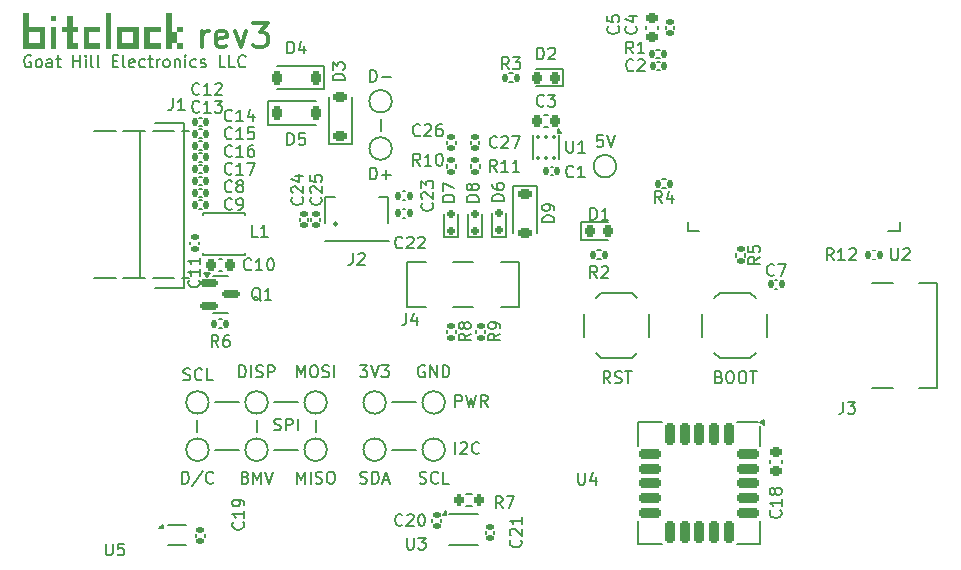
<source format=gto>
G04 #@! TF.GenerationSoftware,KiCad,Pcbnew,8.0.3*
G04 #@! TF.CreationDate,2024-07-02T16:51:35-07:00*
G04 #@! TF.ProjectId,canary,63616e61-7279-42e6-9b69-6361645f7063,rev?*
G04 #@! TF.SameCoordinates,PX2faf080PY2faf080*
G04 #@! TF.FileFunction,Legend,Top*
G04 #@! TF.FilePolarity,Positive*
%FSLAX46Y46*%
G04 Gerber Fmt 4.6, Leading zero omitted, Abs format (unit mm)*
G04 Created by KiCad (PCBNEW 8.0.3) date 2024-07-02 16:51:35*
%MOMM*%
%LPD*%
G01*
G04 APERTURE LIST*
G04 Aperture macros list*
%AMRoundRect*
0 Rectangle with rounded corners*
0 $1 Rounding radius*
0 $2 $3 $4 $5 $6 $7 $8 $9 X,Y pos of 4 corners*
0 Add a 4 corners polygon primitive as box body*
4,1,4,$2,$3,$4,$5,$6,$7,$8,$9,$2,$3,0*
0 Add four circle primitives for the rounded corners*
1,1,$1+$1,$2,$3*
1,1,$1+$1,$4,$5*
1,1,$1+$1,$6,$7*
1,1,$1+$1,$8,$9*
0 Add four rect primitives between the rounded corners*
20,1,$1+$1,$2,$3,$4,$5,0*
20,1,$1+$1,$4,$5,$6,$7,0*
20,1,$1+$1,$6,$7,$8,$9,0*
20,1,$1+$1,$8,$9,$2,$3,0*%
G04 Aperture macros list end*
%ADD10C,0.200000*%
%ADD11C,0.180000*%
%ADD12C,0.165000*%
%ADD13C,0.300000*%
%ADD14C,0.150000*%
%ADD15C,0.000000*%
%ADD16C,0.120000*%
%ADD17RoundRect,0.225000X-0.225000X-0.250000X0.225000X-0.250000X0.225000X0.250000X-0.225000X0.250000X0*%
%ADD18RoundRect,0.135000X0.185000X-0.135000X0.185000X0.135000X-0.185000X0.135000X-0.185000X-0.135000X0*%
%ADD19RoundRect,0.140000X-0.140000X-0.170000X0.140000X-0.170000X0.140000X0.170000X-0.140000X0.170000X0*%
%ADD20R,0.800000X2.700000*%
%ADD21C,1.500000*%
%ADD22RoundRect,0.225000X0.250000X-0.225000X0.250000X0.225000X-0.250000X0.225000X-0.250000X-0.225000X0*%
%ADD23RoundRect,0.218750X-0.218750X-0.256250X0.218750X-0.256250X0.218750X0.256250X-0.218750X0.256250X0*%
%ADD24RoundRect,0.135000X-0.135000X-0.185000X0.135000X-0.185000X0.135000X0.185000X-0.135000X0.185000X0*%
%ADD25RoundRect,0.140000X-0.170000X0.140000X-0.170000X-0.140000X0.170000X-0.140000X0.170000X0.140000X0*%
%ADD26RoundRect,0.135000X0.135000X0.185000X-0.135000X0.185000X-0.135000X-0.185000X0.135000X-0.185000X0*%
%ADD27R,1.000000X0.750000*%
%ADD28RoundRect,0.225000X-0.375000X0.225000X-0.375000X-0.225000X0.375000X-0.225000X0.375000X0.225000X0*%
%ADD29RoundRect,0.212500X-0.212500X0.737500X-0.212500X-0.737500X0.212500X-0.737500X0.212500X0.737500X0*%
%ADD30RoundRect,0.212500X-0.737500X0.212500X-0.737500X-0.212500X0.737500X-0.212500X0.737500X0.212500X0*%
%ADD31R,4.800000X4.800000*%
%ADD32RoundRect,0.135000X-0.185000X0.135000X-0.185000X-0.135000X0.185000X-0.135000X0.185000X0.135000X0*%
%ADD33RoundRect,0.150000X-0.200000X0.150000X-0.200000X-0.150000X0.200000X-0.150000X0.200000X0.150000X0*%
%ADD34RoundRect,0.140000X0.140000X0.170000X-0.140000X0.170000X-0.140000X-0.170000X0.140000X-0.170000X0*%
%ADD35RoundRect,0.225000X-0.225000X-0.375000X0.225000X-0.375000X0.225000X0.375000X-0.225000X0.375000X0*%
%ADD36RoundRect,0.150000X-0.587500X-0.150000X0.587500X-0.150000X0.587500X0.150000X-0.587500X0.150000X0*%
%ADD37R,1.500000X0.900000*%
%ADD38R,0.900000X1.500000*%
%ADD39R,0.900000X0.900000*%
%ADD40RoundRect,0.225000X0.225000X0.375000X-0.225000X0.375000X-0.225000X-0.375000X0.225000X-0.375000X0*%
%ADD41RoundRect,0.218750X0.218750X0.256250X-0.218750X0.256250X-0.218750X-0.256250X0.218750X-0.256250X0*%
%ADD42R,0.800000X0.300000*%
%ADD43R,0.800000X0.400000*%
%ADD44C,0.700000*%
%ADD45O,1.800000X0.900000*%
%ADD46RoundRect,0.200000X0.200000X0.275000X-0.200000X0.275000X-0.200000X-0.275000X0.200000X-0.275000X0*%
%ADD47R,0.500000X0.300000*%
%ADD48RoundRect,0.140000X0.170000X-0.140000X0.170000X0.140000X-0.170000X0.140000X-0.170000X-0.140000X0*%
%ADD49RoundRect,0.093750X-0.106250X0.093750X-0.106250X-0.093750X0.106250X-0.093750X0.106250X0.093750X0*%
%ADD50R,1.600000X1.000000*%
%ADD51C,0.650000*%
%ADD52O,2.100000X1.000000*%
%ADD53O,1.800000X1.000000*%
%ADD54R,1.150000X0.600000*%
%ADD55R,1.150000X0.300000*%
%ADD56R,0.300000X0.800000*%
%ADD57R,0.400000X0.950000*%
%ADD58R,0.550000X0.400000*%
%ADD59RoundRect,0.225000X0.375000X-0.225000X0.375000X0.225000X-0.375000X0.225000X-0.375000X-0.225000X0*%
G04 APERTURE END LIST*
D10*
X18000000Y-38000000D02*
X20000000Y-38000000D01*
X18000000Y-34000000D02*
X20000000Y-34000000D01*
X23000000Y-38000000D02*
X25000000Y-38000000D01*
X32000000Y-11000000D02*
X32000000Y-10000000D01*
X21500000Y-35500000D02*
X21500000Y-36500000D01*
X33000000Y-38000000D02*
X35000000Y-38000000D01*
X26500000Y-36500000D02*
X26500000Y-35500000D01*
X23000000Y-34000000D02*
X25000000Y-34000000D01*
X16500000Y-35500000D02*
X16500000Y-36500000D01*
X33000000Y-34000000D02*
X35000000Y-34000000D01*
D11*
X2380325Y-4665878D02*
X2285087Y-4618259D01*
X2285087Y-4618259D02*
X2142230Y-4618259D01*
X2142230Y-4618259D02*
X1999373Y-4665878D01*
X1999373Y-4665878D02*
X1904135Y-4761116D01*
X1904135Y-4761116D02*
X1856516Y-4856354D01*
X1856516Y-4856354D02*
X1808897Y-5046830D01*
X1808897Y-5046830D02*
X1808897Y-5189687D01*
X1808897Y-5189687D02*
X1856516Y-5380163D01*
X1856516Y-5380163D02*
X1904135Y-5475401D01*
X1904135Y-5475401D02*
X1999373Y-5570640D01*
X1999373Y-5570640D02*
X2142230Y-5618259D01*
X2142230Y-5618259D02*
X2237468Y-5618259D01*
X2237468Y-5618259D02*
X2380325Y-5570640D01*
X2380325Y-5570640D02*
X2427944Y-5523020D01*
X2427944Y-5523020D02*
X2427944Y-5189687D01*
X2427944Y-5189687D02*
X2237468Y-5189687D01*
X2999373Y-5618259D02*
X2904135Y-5570640D01*
X2904135Y-5570640D02*
X2856516Y-5523020D01*
X2856516Y-5523020D02*
X2808897Y-5427782D01*
X2808897Y-5427782D02*
X2808897Y-5142068D01*
X2808897Y-5142068D02*
X2856516Y-5046830D01*
X2856516Y-5046830D02*
X2904135Y-4999211D01*
X2904135Y-4999211D02*
X2999373Y-4951592D01*
X2999373Y-4951592D02*
X3142230Y-4951592D01*
X3142230Y-4951592D02*
X3237468Y-4999211D01*
X3237468Y-4999211D02*
X3285087Y-5046830D01*
X3285087Y-5046830D02*
X3332706Y-5142068D01*
X3332706Y-5142068D02*
X3332706Y-5427782D01*
X3332706Y-5427782D02*
X3285087Y-5523020D01*
X3285087Y-5523020D02*
X3237468Y-5570640D01*
X3237468Y-5570640D02*
X3142230Y-5618259D01*
X3142230Y-5618259D02*
X2999373Y-5618259D01*
X4189849Y-5618259D02*
X4189849Y-5094449D01*
X4189849Y-5094449D02*
X4142230Y-4999211D01*
X4142230Y-4999211D02*
X4046992Y-4951592D01*
X4046992Y-4951592D02*
X3856516Y-4951592D01*
X3856516Y-4951592D02*
X3761278Y-4999211D01*
X4189849Y-5570640D02*
X4094611Y-5618259D01*
X4094611Y-5618259D02*
X3856516Y-5618259D01*
X3856516Y-5618259D02*
X3761278Y-5570640D01*
X3761278Y-5570640D02*
X3713659Y-5475401D01*
X3713659Y-5475401D02*
X3713659Y-5380163D01*
X3713659Y-5380163D02*
X3761278Y-5284925D01*
X3761278Y-5284925D02*
X3856516Y-5237306D01*
X3856516Y-5237306D02*
X4094611Y-5237306D01*
X4094611Y-5237306D02*
X4189849Y-5189687D01*
X4523183Y-4951592D02*
X4904135Y-4951592D01*
X4666040Y-4618259D02*
X4666040Y-5475401D01*
X4666040Y-5475401D02*
X4713659Y-5570640D01*
X4713659Y-5570640D02*
X4808897Y-5618259D01*
X4808897Y-5618259D02*
X4904135Y-5618259D01*
X5999374Y-5618259D02*
X5999374Y-4618259D01*
X5999374Y-5094449D02*
X6570802Y-5094449D01*
X6570802Y-5618259D02*
X6570802Y-4618259D01*
X7046993Y-5618259D02*
X7046993Y-4951592D01*
X7046993Y-4618259D02*
X6999374Y-4665878D01*
X6999374Y-4665878D02*
X7046993Y-4713497D01*
X7046993Y-4713497D02*
X7094612Y-4665878D01*
X7094612Y-4665878D02*
X7046993Y-4618259D01*
X7046993Y-4618259D02*
X7046993Y-4713497D01*
X7666040Y-5618259D02*
X7570802Y-5570640D01*
X7570802Y-5570640D02*
X7523183Y-5475401D01*
X7523183Y-5475401D02*
X7523183Y-4618259D01*
X8189850Y-5618259D02*
X8094612Y-5570640D01*
X8094612Y-5570640D02*
X8046993Y-5475401D01*
X8046993Y-5475401D02*
X8046993Y-4618259D01*
X9332708Y-5094449D02*
X9666041Y-5094449D01*
X9808898Y-5618259D02*
X9332708Y-5618259D01*
X9332708Y-5618259D02*
X9332708Y-4618259D01*
X9332708Y-4618259D02*
X9808898Y-4618259D01*
X10380327Y-5618259D02*
X10285089Y-5570640D01*
X10285089Y-5570640D02*
X10237470Y-5475401D01*
X10237470Y-5475401D02*
X10237470Y-4618259D01*
X11142232Y-5570640D02*
X11046994Y-5618259D01*
X11046994Y-5618259D02*
X10856518Y-5618259D01*
X10856518Y-5618259D02*
X10761280Y-5570640D01*
X10761280Y-5570640D02*
X10713661Y-5475401D01*
X10713661Y-5475401D02*
X10713661Y-5094449D01*
X10713661Y-5094449D02*
X10761280Y-4999211D01*
X10761280Y-4999211D02*
X10856518Y-4951592D01*
X10856518Y-4951592D02*
X11046994Y-4951592D01*
X11046994Y-4951592D02*
X11142232Y-4999211D01*
X11142232Y-4999211D02*
X11189851Y-5094449D01*
X11189851Y-5094449D02*
X11189851Y-5189687D01*
X11189851Y-5189687D02*
X10713661Y-5284925D01*
X12046994Y-5570640D02*
X11951756Y-5618259D01*
X11951756Y-5618259D02*
X11761280Y-5618259D01*
X11761280Y-5618259D02*
X11666042Y-5570640D01*
X11666042Y-5570640D02*
X11618423Y-5523020D01*
X11618423Y-5523020D02*
X11570804Y-5427782D01*
X11570804Y-5427782D02*
X11570804Y-5142068D01*
X11570804Y-5142068D02*
X11618423Y-5046830D01*
X11618423Y-5046830D02*
X11666042Y-4999211D01*
X11666042Y-4999211D02*
X11761280Y-4951592D01*
X11761280Y-4951592D02*
X11951756Y-4951592D01*
X11951756Y-4951592D02*
X12046994Y-4999211D01*
X12332709Y-4951592D02*
X12713661Y-4951592D01*
X12475566Y-4618259D02*
X12475566Y-5475401D01*
X12475566Y-5475401D02*
X12523185Y-5570640D01*
X12523185Y-5570640D02*
X12618423Y-5618259D01*
X12618423Y-5618259D02*
X12713661Y-5618259D01*
X13046995Y-5618259D02*
X13046995Y-4951592D01*
X13046995Y-5142068D02*
X13094614Y-5046830D01*
X13094614Y-5046830D02*
X13142233Y-4999211D01*
X13142233Y-4999211D02*
X13237471Y-4951592D01*
X13237471Y-4951592D02*
X13332709Y-4951592D01*
X13808900Y-5618259D02*
X13713662Y-5570640D01*
X13713662Y-5570640D02*
X13666043Y-5523020D01*
X13666043Y-5523020D02*
X13618424Y-5427782D01*
X13618424Y-5427782D02*
X13618424Y-5142068D01*
X13618424Y-5142068D02*
X13666043Y-5046830D01*
X13666043Y-5046830D02*
X13713662Y-4999211D01*
X13713662Y-4999211D02*
X13808900Y-4951592D01*
X13808900Y-4951592D02*
X13951757Y-4951592D01*
X13951757Y-4951592D02*
X14046995Y-4999211D01*
X14046995Y-4999211D02*
X14094614Y-5046830D01*
X14094614Y-5046830D02*
X14142233Y-5142068D01*
X14142233Y-5142068D02*
X14142233Y-5427782D01*
X14142233Y-5427782D02*
X14094614Y-5523020D01*
X14094614Y-5523020D02*
X14046995Y-5570640D01*
X14046995Y-5570640D02*
X13951757Y-5618259D01*
X13951757Y-5618259D02*
X13808900Y-5618259D01*
X14570805Y-4951592D02*
X14570805Y-5618259D01*
X14570805Y-5046830D02*
X14618424Y-4999211D01*
X14618424Y-4999211D02*
X14713662Y-4951592D01*
X14713662Y-4951592D02*
X14856519Y-4951592D01*
X14856519Y-4951592D02*
X14951757Y-4999211D01*
X14951757Y-4999211D02*
X14999376Y-5094449D01*
X14999376Y-5094449D02*
X14999376Y-5618259D01*
X15475567Y-5618259D02*
X15475567Y-4951592D01*
X15475567Y-4618259D02*
X15427948Y-4665878D01*
X15427948Y-4665878D02*
X15475567Y-4713497D01*
X15475567Y-4713497D02*
X15523186Y-4665878D01*
X15523186Y-4665878D02*
X15475567Y-4618259D01*
X15475567Y-4618259D02*
X15475567Y-4713497D01*
X16380328Y-5570640D02*
X16285090Y-5618259D01*
X16285090Y-5618259D02*
X16094614Y-5618259D01*
X16094614Y-5618259D02*
X15999376Y-5570640D01*
X15999376Y-5570640D02*
X15951757Y-5523020D01*
X15951757Y-5523020D02*
X15904138Y-5427782D01*
X15904138Y-5427782D02*
X15904138Y-5142068D01*
X15904138Y-5142068D02*
X15951757Y-5046830D01*
X15951757Y-5046830D02*
X15999376Y-4999211D01*
X15999376Y-4999211D02*
X16094614Y-4951592D01*
X16094614Y-4951592D02*
X16285090Y-4951592D01*
X16285090Y-4951592D02*
X16380328Y-4999211D01*
X16761281Y-5570640D02*
X16856519Y-5618259D01*
X16856519Y-5618259D02*
X17046995Y-5618259D01*
X17046995Y-5618259D02*
X17142233Y-5570640D01*
X17142233Y-5570640D02*
X17189852Y-5475401D01*
X17189852Y-5475401D02*
X17189852Y-5427782D01*
X17189852Y-5427782D02*
X17142233Y-5332544D01*
X17142233Y-5332544D02*
X17046995Y-5284925D01*
X17046995Y-5284925D02*
X16904138Y-5284925D01*
X16904138Y-5284925D02*
X16808900Y-5237306D01*
X16808900Y-5237306D02*
X16761281Y-5142068D01*
X16761281Y-5142068D02*
X16761281Y-5094449D01*
X16761281Y-5094449D02*
X16808900Y-4999211D01*
X16808900Y-4999211D02*
X16904138Y-4951592D01*
X16904138Y-4951592D02*
X17046995Y-4951592D01*
X17046995Y-4951592D02*
X17142233Y-4999211D01*
X18856519Y-5618259D02*
X18380329Y-5618259D01*
X18380329Y-5618259D02*
X18380329Y-4618259D01*
X19666043Y-5618259D02*
X19189853Y-5618259D01*
X19189853Y-5618259D02*
X19189853Y-4618259D01*
X20570805Y-5523020D02*
X20523186Y-5570640D01*
X20523186Y-5570640D02*
X20380329Y-5618259D01*
X20380329Y-5618259D02*
X20285091Y-5618259D01*
X20285091Y-5618259D02*
X20142234Y-5570640D01*
X20142234Y-5570640D02*
X20046996Y-5475401D01*
X20046996Y-5475401D02*
X19999377Y-5380163D01*
X19999377Y-5380163D02*
X19951758Y-5189687D01*
X19951758Y-5189687D02*
X19951758Y-5046830D01*
X19951758Y-5046830D02*
X19999377Y-4856354D01*
X19999377Y-4856354D02*
X20046996Y-4761116D01*
X20046996Y-4761116D02*
X20142234Y-4665878D01*
X20142234Y-4665878D02*
X20285091Y-4618259D01*
X20285091Y-4618259D02*
X20380329Y-4618259D01*
X20380329Y-4618259D02*
X20523186Y-4665878D01*
X20523186Y-4665878D02*
X20570805Y-4713497D01*
D12*
X20571428Y-40345229D02*
X20714285Y-40392848D01*
X20714285Y-40392848D02*
X20761904Y-40440467D01*
X20761904Y-40440467D02*
X20809523Y-40535705D01*
X20809523Y-40535705D02*
X20809523Y-40678562D01*
X20809523Y-40678562D02*
X20761904Y-40773800D01*
X20761904Y-40773800D02*
X20714285Y-40821420D01*
X20714285Y-40821420D02*
X20619047Y-40869039D01*
X20619047Y-40869039D02*
X20238095Y-40869039D01*
X20238095Y-40869039D02*
X20238095Y-39869039D01*
X20238095Y-39869039D02*
X20571428Y-39869039D01*
X20571428Y-39869039D02*
X20666666Y-39916658D01*
X20666666Y-39916658D02*
X20714285Y-39964277D01*
X20714285Y-39964277D02*
X20761904Y-40059515D01*
X20761904Y-40059515D02*
X20761904Y-40154753D01*
X20761904Y-40154753D02*
X20714285Y-40249991D01*
X20714285Y-40249991D02*
X20666666Y-40297610D01*
X20666666Y-40297610D02*
X20571428Y-40345229D01*
X20571428Y-40345229D02*
X20238095Y-40345229D01*
X21238095Y-40869039D02*
X21238095Y-39869039D01*
X21238095Y-39869039D02*
X21571428Y-40583324D01*
X21571428Y-40583324D02*
X21904761Y-39869039D01*
X21904761Y-39869039D02*
X21904761Y-40869039D01*
X22238095Y-39869039D02*
X22571428Y-40869039D01*
X22571428Y-40869039D02*
X22904761Y-39869039D01*
X38346647Y-34369039D02*
X38346647Y-33369039D01*
X38346647Y-33369039D02*
X38727599Y-33369039D01*
X38727599Y-33369039D02*
X38822837Y-33416658D01*
X38822837Y-33416658D02*
X38870456Y-33464277D01*
X38870456Y-33464277D02*
X38918075Y-33559515D01*
X38918075Y-33559515D02*
X38918075Y-33702372D01*
X38918075Y-33702372D02*
X38870456Y-33797610D01*
X38870456Y-33797610D02*
X38822837Y-33845229D01*
X38822837Y-33845229D02*
X38727599Y-33892848D01*
X38727599Y-33892848D02*
X38346647Y-33892848D01*
X39251409Y-33369039D02*
X39489504Y-34369039D01*
X39489504Y-34369039D02*
X39679980Y-33654753D01*
X39679980Y-33654753D02*
X39870456Y-34369039D01*
X39870456Y-34369039D02*
X40108552Y-33369039D01*
X41060932Y-34369039D02*
X40727599Y-33892848D01*
X40489504Y-34369039D02*
X40489504Y-33369039D01*
X40489504Y-33369039D02*
X40870456Y-33369039D01*
X40870456Y-33369039D02*
X40965694Y-33416658D01*
X40965694Y-33416658D02*
X41013313Y-33464277D01*
X41013313Y-33464277D02*
X41060932Y-33559515D01*
X41060932Y-33559515D02*
X41060932Y-33702372D01*
X41060932Y-33702372D02*
X41013313Y-33797610D01*
X41013313Y-33797610D02*
X40965694Y-33845229D01*
X40965694Y-33845229D02*
X40870456Y-33892848D01*
X40870456Y-33892848D02*
X40489504Y-33892848D01*
X20023810Y-31869039D02*
X20023810Y-30869039D01*
X20023810Y-30869039D02*
X20261905Y-30869039D01*
X20261905Y-30869039D02*
X20404762Y-30916658D01*
X20404762Y-30916658D02*
X20500000Y-31011896D01*
X20500000Y-31011896D02*
X20547619Y-31107134D01*
X20547619Y-31107134D02*
X20595238Y-31297610D01*
X20595238Y-31297610D02*
X20595238Y-31440467D01*
X20595238Y-31440467D02*
X20547619Y-31630943D01*
X20547619Y-31630943D02*
X20500000Y-31726181D01*
X20500000Y-31726181D02*
X20404762Y-31821420D01*
X20404762Y-31821420D02*
X20261905Y-31869039D01*
X20261905Y-31869039D02*
X20023810Y-31869039D01*
X21023810Y-31869039D02*
X21023810Y-30869039D01*
X21452381Y-31821420D02*
X21595238Y-31869039D01*
X21595238Y-31869039D02*
X21833333Y-31869039D01*
X21833333Y-31869039D02*
X21928571Y-31821420D01*
X21928571Y-31821420D02*
X21976190Y-31773800D01*
X21976190Y-31773800D02*
X22023809Y-31678562D01*
X22023809Y-31678562D02*
X22023809Y-31583324D01*
X22023809Y-31583324D02*
X21976190Y-31488086D01*
X21976190Y-31488086D02*
X21928571Y-31440467D01*
X21928571Y-31440467D02*
X21833333Y-31392848D01*
X21833333Y-31392848D02*
X21642857Y-31345229D01*
X21642857Y-31345229D02*
X21547619Y-31297610D01*
X21547619Y-31297610D02*
X21500000Y-31249991D01*
X21500000Y-31249991D02*
X21452381Y-31154753D01*
X21452381Y-31154753D02*
X21452381Y-31059515D01*
X21452381Y-31059515D02*
X21500000Y-30964277D01*
X21500000Y-30964277D02*
X21547619Y-30916658D01*
X21547619Y-30916658D02*
X21642857Y-30869039D01*
X21642857Y-30869039D02*
X21880952Y-30869039D01*
X21880952Y-30869039D02*
X22023809Y-30916658D01*
X22452381Y-31869039D02*
X22452381Y-30869039D01*
X22452381Y-30869039D02*
X22833333Y-30869039D01*
X22833333Y-30869039D02*
X22928571Y-30916658D01*
X22928571Y-30916658D02*
X22976190Y-30964277D01*
X22976190Y-30964277D02*
X23023809Y-31059515D01*
X23023809Y-31059515D02*
X23023809Y-31202372D01*
X23023809Y-31202372D02*
X22976190Y-31297610D01*
X22976190Y-31297610D02*
X22928571Y-31345229D01*
X22928571Y-31345229D02*
X22833333Y-31392848D01*
X22833333Y-31392848D02*
X22452381Y-31392848D01*
X15214286Y-40869039D02*
X15214286Y-39869039D01*
X15214286Y-39869039D02*
X15452381Y-39869039D01*
X15452381Y-39869039D02*
X15595238Y-39916658D01*
X15595238Y-39916658D02*
X15690476Y-40011896D01*
X15690476Y-40011896D02*
X15738095Y-40107134D01*
X15738095Y-40107134D02*
X15785714Y-40297610D01*
X15785714Y-40297610D02*
X15785714Y-40440467D01*
X15785714Y-40440467D02*
X15738095Y-40630943D01*
X15738095Y-40630943D02*
X15690476Y-40726181D01*
X15690476Y-40726181D02*
X15595238Y-40821420D01*
X15595238Y-40821420D02*
X15452381Y-40869039D01*
X15452381Y-40869039D02*
X15214286Y-40869039D01*
X16928571Y-39821420D02*
X16071429Y-41107134D01*
X17833333Y-40773800D02*
X17785714Y-40821420D01*
X17785714Y-40821420D02*
X17642857Y-40869039D01*
X17642857Y-40869039D02*
X17547619Y-40869039D01*
X17547619Y-40869039D02*
X17404762Y-40821420D01*
X17404762Y-40821420D02*
X17309524Y-40726181D01*
X17309524Y-40726181D02*
X17261905Y-40630943D01*
X17261905Y-40630943D02*
X17214286Y-40440467D01*
X17214286Y-40440467D02*
X17214286Y-40297610D01*
X17214286Y-40297610D02*
X17261905Y-40107134D01*
X17261905Y-40107134D02*
X17309524Y-40011896D01*
X17309524Y-40011896D02*
X17404762Y-39916658D01*
X17404762Y-39916658D02*
X17547619Y-39869039D01*
X17547619Y-39869039D02*
X17642857Y-39869039D01*
X17642857Y-39869039D02*
X17785714Y-39916658D01*
X17785714Y-39916658D02*
X17833333Y-39964277D01*
X60642857Y-31845229D02*
X60785714Y-31892848D01*
X60785714Y-31892848D02*
X60833333Y-31940467D01*
X60833333Y-31940467D02*
X60880952Y-32035705D01*
X60880952Y-32035705D02*
X60880952Y-32178562D01*
X60880952Y-32178562D02*
X60833333Y-32273800D01*
X60833333Y-32273800D02*
X60785714Y-32321420D01*
X60785714Y-32321420D02*
X60690476Y-32369039D01*
X60690476Y-32369039D02*
X60309524Y-32369039D01*
X60309524Y-32369039D02*
X60309524Y-31369039D01*
X60309524Y-31369039D02*
X60642857Y-31369039D01*
X60642857Y-31369039D02*
X60738095Y-31416658D01*
X60738095Y-31416658D02*
X60785714Y-31464277D01*
X60785714Y-31464277D02*
X60833333Y-31559515D01*
X60833333Y-31559515D02*
X60833333Y-31654753D01*
X60833333Y-31654753D02*
X60785714Y-31749991D01*
X60785714Y-31749991D02*
X60738095Y-31797610D01*
X60738095Y-31797610D02*
X60642857Y-31845229D01*
X60642857Y-31845229D02*
X60309524Y-31845229D01*
X61500000Y-31369039D02*
X61690476Y-31369039D01*
X61690476Y-31369039D02*
X61785714Y-31416658D01*
X61785714Y-31416658D02*
X61880952Y-31511896D01*
X61880952Y-31511896D02*
X61928571Y-31702372D01*
X61928571Y-31702372D02*
X61928571Y-32035705D01*
X61928571Y-32035705D02*
X61880952Y-32226181D01*
X61880952Y-32226181D02*
X61785714Y-32321420D01*
X61785714Y-32321420D02*
X61690476Y-32369039D01*
X61690476Y-32369039D02*
X61500000Y-32369039D01*
X61500000Y-32369039D02*
X61404762Y-32321420D01*
X61404762Y-32321420D02*
X61309524Y-32226181D01*
X61309524Y-32226181D02*
X61261905Y-32035705D01*
X61261905Y-32035705D02*
X61261905Y-31702372D01*
X61261905Y-31702372D02*
X61309524Y-31511896D01*
X61309524Y-31511896D02*
X61404762Y-31416658D01*
X61404762Y-31416658D02*
X61500000Y-31369039D01*
X62547619Y-31369039D02*
X62738095Y-31369039D01*
X62738095Y-31369039D02*
X62833333Y-31416658D01*
X62833333Y-31416658D02*
X62928571Y-31511896D01*
X62928571Y-31511896D02*
X62976190Y-31702372D01*
X62976190Y-31702372D02*
X62976190Y-32035705D01*
X62976190Y-32035705D02*
X62928571Y-32226181D01*
X62928571Y-32226181D02*
X62833333Y-32321420D01*
X62833333Y-32321420D02*
X62738095Y-32369039D01*
X62738095Y-32369039D02*
X62547619Y-32369039D01*
X62547619Y-32369039D02*
X62452381Y-32321420D01*
X62452381Y-32321420D02*
X62357143Y-32226181D01*
X62357143Y-32226181D02*
X62309524Y-32035705D01*
X62309524Y-32035705D02*
X62309524Y-31702372D01*
X62309524Y-31702372D02*
X62357143Y-31511896D01*
X62357143Y-31511896D02*
X62452381Y-31416658D01*
X62452381Y-31416658D02*
X62547619Y-31369039D01*
X63261905Y-31369039D02*
X63833333Y-31369039D01*
X63547619Y-32369039D02*
X63547619Y-31369039D01*
X38346647Y-38369039D02*
X38346647Y-37369039D01*
X38775218Y-37464277D02*
X38822837Y-37416658D01*
X38822837Y-37416658D02*
X38918075Y-37369039D01*
X38918075Y-37369039D02*
X39156170Y-37369039D01*
X39156170Y-37369039D02*
X39251408Y-37416658D01*
X39251408Y-37416658D02*
X39299027Y-37464277D01*
X39299027Y-37464277D02*
X39346646Y-37559515D01*
X39346646Y-37559515D02*
X39346646Y-37654753D01*
X39346646Y-37654753D02*
X39299027Y-37797610D01*
X39299027Y-37797610D02*
X38727599Y-38369039D01*
X38727599Y-38369039D02*
X39346646Y-38369039D01*
X40346646Y-38273800D02*
X40299027Y-38321420D01*
X40299027Y-38321420D02*
X40156170Y-38369039D01*
X40156170Y-38369039D02*
X40060932Y-38369039D01*
X40060932Y-38369039D02*
X39918075Y-38321420D01*
X39918075Y-38321420D02*
X39822837Y-38226181D01*
X39822837Y-38226181D02*
X39775218Y-38130943D01*
X39775218Y-38130943D02*
X39727599Y-37940467D01*
X39727599Y-37940467D02*
X39727599Y-37797610D01*
X39727599Y-37797610D02*
X39775218Y-37607134D01*
X39775218Y-37607134D02*
X39822837Y-37511896D01*
X39822837Y-37511896D02*
X39918075Y-37416658D01*
X39918075Y-37416658D02*
X40060932Y-37369039D01*
X40060932Y-37369039D02*
X40156170Y-37369039D01*
X40156170Y-37369039D02*
X40299027Y-37416658D01*
X40299027Y-37416658D02*
X40346646Y-37464277D01*
X24928572Y-31869039D02*
X24928572Y-30869039D01*
X24928572Y-30869039D02*
X25261905Y-31583324D01*
X25261905Y-31583324D02*
X25595238Y-30869039D01*
X25595238Y-30869039D02*
X25595238Y-31869039D01*
X26261905Y-30869039D02*
X26452381Y-30869039D01*
X26452381Y-30869039D02*
X26547619Y-30916658D01*
X26547619Y-30916658D02*
X26642857Y-31011896D01*
X26642857Y-31011896D02*
X26690476Y-31202372D01*
X26690476Y-31202372D02*
X26690476Y-31535705D01*
X26690476Y-31535705D02*
X26642857Y-31726181D01*
X26642857Y-31726181D02*
X26547619Y-31821420D01*
X26547619Y-31821420D02*
X26452381Y-31869039D01*
X26452381Y-31869039D02*
X26261905Y-31869039D01*
X26261905Y-31869039D02*
X26166667Y-31821420D01*
X26166667Y-31821420D02*
X26071429Y-31726181D01*
X26071429Y-31726181D02*
X26023810Y-31535705D01*
X26023810Y-31535705D02*
X26023810Y-31202372D01*
X26023810Y-31202372D02*
X26071429Y-31011896D01*
X26071429Y-31011896D02*
X26166667Y-30916658D01*
X26166667Y-30916658D02*
X26261905Y-30869039D01*
X27071429Y-31821420D02*
X27214286Y-31869039D01*
X27214286Y-31869039D02*
X27452381Y-31869039D01*
X27452381Y-31869039D02*
X27547619Y-31821420D01*
X27547619Y-31821420D02*
X27595238Y-31773800D01*
X27595238Y-31773800D02*
X27642857Y-31678562D01*
X27642857Y-31678562D02*
X27642857Y-31583324D01*
X27642857Y-31583324D02*
X27595238Y-31488086D01*
X27595238Y-31488086D02*
X27547619Y-31440467D01*
X27547619Y-31440467D02*
X27452381Y-31392848D01*
X27452381Y-31392848D02*
X27261905Y-31345229D01*
X27261905Y-31345229D02*
X27166667Y-31297610D01*
X27166667Y-31297610D02*
X27119048Y-31249991D01*
X27119048Y-31249991D02*
X27071429Y-31154753D01*
X27071429Y-31154753D02*
X27071429Y-31059515D01*
X27071429Y-31059515D02*
X27119048Y-30964277D01*
X27119048Y-30964277D02*
X27166667Y-30916658D01*
X27166667Y-30916658D02*
X27261905Y-30869039D01*
X27261905Y-30869039D02*
X27500000Y-30869039D01*
X27500000Y-30869039D02*
X27642857Y-30916658D01*
X28071429Y-31869039D02*
X28071429Y-30869039D01*
X30285714Y-40821420D02*
X30428571Y-40869039D01*
X30428571Y-40869039D02*
X30666666Y-40869039D01*
X30666666Y-40869039D02*
X30761904Y-40821420D01*
X30761904Y-40821420D02*
X30809523Y-40773800D01*
X30809523Y-40773800D02*
X30857142Y-40678562D01*
X30857142Y-40678562D02*
X30857142Y-40583324D01*
X30857142Y-40583324D02*
X30809523Y-40488086D01*
X30809523Y-40488086D02*
X30761904Y-40440467D01*
X30761904Y-40440467D02*
X30666666Y-40392848D01*
X30666666Y-40392848D02*
X30476190Y-40345229D01*
X30476190Y-40345229D02*
X30380952Y-40297610D01*
X30380952Y-40297610D02*
X30333333Y-40249991D01*
X30333333Y-40249991D02*
X30285714Y-40154753D01*
X30285714Y-40154753D02*
X30285714Y-40059515D01*
X30285714Y-40059515D02*
X30333333Y-39964277D01*
X30333333Y-39964277D02*
X30380952Y-39916658D01*
X30380952Y-39916658D02*
X30476190Y-39869039D01*
X30476190Y-39869039D02*
X30714285Y-39869039D01*
X30714285Y-39869039D02*
X30857142Y-39916658D01*
X31285714Y-40869039D02*
X31285714Y-39869039D01*
X31285714Y-39869039D02*
X31523809Y-39869039D01*
X31523809Y-39869039D02*
X31666666Y-39916658D01*
X31666666Y-39916658D02*
X31761904Y-40011896D01*
X31761904Y-40011896D02*
X31809523Y-40107134D01*
X31809523Y-40107134D02*
X31857142Y-40297610D01*
X31857142Y-40297610D02*
X31857142Y-40440467D01*
X31857142Y-40440467D02*
X31809523Y-40630943D01*
X31809523Y-40630943D02*
X31761904Y-40726181D01*
X31761904Y-40726181D02*
X31666666Y-40821420D01*
X31666666Y-40821420D02*
X31523809Y-40869039D01*
X31523809Y-40869039D02*
X31285714Y-40869039D01*
X32238095Y-40583324D02*
X32714285Y-40583324D01*
X32142857Y-40869039D02*
X32476190Y-39869039D01*
X32476190Y-39869039D02*
X32809523Y-40869039D01*
X24928572Y-40869039D02*
X24928572Y-39869039D01*
X24928572Y-39869039D02*
X25261905Y-40583324D01*
X25261905Y-40583324D02*
X25595238Y-39869039D01*
X25595238Y-39869039D02*
X25595238Y-40869039D01*
X26071429Y-40869039D02*
X26071429Y-39869039D01*
X26500000Y-40821420D02*
X26642857Y-40869039D01*
X26642857Y-40869039D02*
X26880952Y-40869039D01*
X26880952Y-40869039D02*
X26976190Y-40821420D01*
X26976190Y-40821420D02*
X27023809Y-40773800D01*
X27023809Y-40773800D02*
X27071428Y-40678562D01*
X27071428Y-40678562D02*
X27071428Y-40583324D01*
X27071428Y-40583324D02*
X27023809Y-40488086D01*
X27023809Y-40488086D02*
X26976190Y-40440467D01*
X26976190Y-40440467D02*
X26880952Y-40392848D01*
X26880952Y-40392848D02*
X26690476Y-40345229D01*
X26690476Y-40345229D02*
X26595238Y-40297610D01*
X26595238Y-40297610D02*
X26547619Y-40249991D01*
X26547619Y-40249991D02*
X26500000Y-40154753D01*
X26500000Y-40154753D02*
X26500000Y-40059515D01*
X26500000Y-40059515D02*
X26547619Y-39964277D01*
X26547619Y-39964277D02*
X26595238Y-39916658D01*
X26595238Y-39916658D02*
X26690476Y-39869039D01*
X26690476Y-39869039D02*
X26928571Y-39869039D01*
X26928571Y-39869039D02*
X27071428Y-39916658D01*
X27690476Y-39869039D02*
X27880952Y-39869039D01*
X27880952Y-39869039D02*
X27976190Y-39916658D01*
X27976190Y-39916658D02*
X28071428Y-40011896D01*
X28071428Y-40011896D02*
X28119047Y-40202372D01*
X28119047Y-40202372D02*
X28119047Y-40535705D01*
X28119047Y-40535705D02*
X28071428Y-40726181D01*
X28071428Y-40726181D02*
X27976190Y-40821420D01*
X27976190Y-40821420D02*
X27880952Y-40869039D01*
X27880952Y-40869039D02*
X27690476Y-40869039D01*
X27690476Y-40869039D02*
X27595238Y-40821420D01*
X27595238Y-40821420D02*
X27500000Y-40726181D01*
X27500000Y-40726181D02*
X27452381Y-40535705D01*
X27452381Y-40535705D02*
X27452381Y-40202372D01*
X27452381Y-40202372D02*
X27500000Y-40011896D01*
X27500000Y-40011896D02*
X27595238Y-39916658D01*
X27595238Y-39916658D02*
X27690476Y-39869039D01*
X50809523Y-11369039D02*
X50333333Y-11369039D01*
X50333333Y-11369039D02*
X50285714Y-11845229D01*
X50285714Y-11845229D02*
X50333333Y-11797610D01*
X50333333Y-11797610D02*
X50428571Y-11749991D01*
X50428571Y-11749991D02*
X50666666Y-11749991D01*
X50666666Y-11749991D02*
X50761904Y-11797610D01*
X50761904Y-11797610D02*
X50809523Y-11845229D01*
X50809523Y-11845229D02*
X50857142Y-11940467D01*
X50857142Y-11940467D02*
X50857142Y-12178562D01*
X50857142Y-12178562D02*
X50809523Y-12273800D01*
X50809523Y-12273800D02*
X50761904Y-12321420D01*
X50761904Y-12321420D02*
X50666666Y-12369039D01*
X50666666Y-12369039D02*
X50428571Y-12369039D01*
X50428571Y-12369039D02*
X50333333Y-12321420D01*
X50333333Y-12321420D02*
X50285714Y-12273800D01*
X51142857Y-11369039D02*
X51476190Y-12369039D01*
X51476190Y-12369039D02*
X51809523Y-11369039D01*
X31119048Y-15119039D02*
X31119048Y-14119039D01*
X31119048Y-14119039D02*
X31357143Y-14119039D01*
X31357143Y-14119039D02*
X31500000Y-14166658D01*
X31500000Y-14166658D02*
X31595238Y-14261896D01*
X31595238Y-14261896D02*
X31642857Y-14357134D01*
X31642857Y-14357134D02*
X31690476Y-14547610D01*
X31690476Y-14547610D02*
X31690476Y-14690467D01*
X31690476Y-14690467D02*
X31642857Y-14880943D01*
X31642857Y-14880943D02*
X31595238Y-14976181D01*
X31595238Y-14976181D02*
X31500000Y-15071420D01*
X31500000Y-15071420D02*
X31357143Y-15119039D01*
X31357143Y-15119039D02*
X31119048Y-15119039D01*
X32119048Y-14738086D02*
X32880953Y-14738086D01*
X32500000Y-15119039D02*
X32500000Y-14357134D01*
D13*
X16923558Y-3889638D02*
X16923558Y-2556304D01*
X16923558Y-2937257D02*
X17018796Y-2746780D01*
X17018796Y-2746780D02*
X17114034Y-2651542D01*
X17114034Y-2651542D02*
X17304510Y-2556304D01*
X17304510Y-2556304D02*
X17494987Y-2556304D01*
X18923558Y-3794400D02*
X18733082Y-3889638D01*
X18733082Y-3889638D02*
X18352129Y-3889638D01*
X18352129Y-3889638D02*
X18161653Y-3794400D01*
X18161653Y-3794400D02*
X18066415Y-3603923D01*
X18066415Y-3603923D02*
X18066415Y-2842019D01*
X18066415Y-2842019D02*
X18161653Y-2651542D01*
X18161653Y-2651542D02*
X18352129Y-2556304D01*
X18352129Y-2556304D02*
X18733082Y-2556304D01*
X18733082Y-2556304D02*
X18923558Y-2651542D01*
X18923558Y-2651542D02*
X19018796Y-2842019D01*
X19018796Y-2842019D02*
X19018796Y-3032495D01*
X19018796Y-3032495D02*
X18066415Y-3222971D01*
X19685463Y-2556304D02*
X20161653Y-3889638D01*
X20161653Y-3889638D02*
X20637844Y-2556304D01*
X21209273Y-1889638D02*
X22447368Y-1889638D01*
X22447368Y-1889638D02*
X21780701Y-2651542D01*
X21780701Y-2651542D02*
X22066416Y-2651542D01*
X22066416Y-2651542D02*
X22256892Y-2746780D01*
X22256892Y-2746780D02*
X22352130Y-2842019D01*
X22352130Y-2842019D02*
X22447368Y-3032495D01*
X22447368Y-3032495D02*
X22447368Y-3508685D01*
X22447368Y-3508685D02*
X22352130Y-3699161D01*
X22352130Y-3699161D02*
X22256892Y-3794400D01*
X22256892Y-3794400D02*
X22066416Y-3889638D01*
X22066416Y-3889638D02*
X21494987Y-3889638D01*
X21494987Y-3889638D02*
X21304511Y-3794400D01*
X21304511Y-3794400D02*
X21209273Y-3699161D01*
D12*
X15309524Y-32071420D02*
X15452381Y-32119039D01*
X15452381Y-32119039D02*
X15690476Y-32119039D01*
X15690476Y-32119039D02*
X15785714Y-32071420D01*
X15785714Y-32071420D02*
X15833333Y-32023800D01*
X15833333Y-32023800D02*
X15880952Y-31928562D01*
X15880952Y-31928562D02*
X15880952Y-31833324D01*
X15880952Y-31833324D02*
X15833333Y-31738086D01*
X15833333Y-31738086D02*
X15785714Y-31690467D01*
X15785714Y-31690467D02*
X15690476Y-31642848D01*
X15690476Y-31642848D02*
X15500000Y-31595229D01*
X15500000Y-31595229D02*
X15404762Y-31547610D01*
X15404762Y-31547610D02*
X15357143Y-31499991D01*
X15357143Y-31499991D02*
X15309524Y-31404753D01*
X15309524Y-31404753D02*
X15309524Y-31309515D01*
X15309524Y-31309515D02*
X15357143Y-31214277D01*
X15357143Y-31214277D02*
X15404762Y-31166658D01*
X15404762Y-31166658D02*
X15500000Y-31119039D01*
X15500000Y-31119039D02*
X15738095Y-31119039D01*
X15738095Y-31119039D02*
X15880952Y-31166658D01*
X16880952Y-32023800D02*
X16833333Y-32071420D01*
X16833333Y-32071420D02*
X16690476Y-32119039D01*
X16690476Y-32119039D02*
X16595238Y-32119039D01*
X16595238Y-32119039D02*
X16452381Y-32071420D01*
X16452381Y-32071420D02*
X16357143Y-31976181D01*
X16357143Y-31976181D02*
X16309524Y-31880943D01*
X16309524Y-31880943D02*
X16261905Y-31690467D01*
X16261905Y-31690467D02*
X16261905Y-31547610D01*
X16261905Y-31547610D02*
X16309524Y-31357134D01*
X16309524Y-31357134D02*
X16357143Y-31261896D01*
X16357143Y-31261896D02*
X16452381Y-31166658D01*
X16452381Y-31166658D02*
X16595238Y-31119039D01*
X16595238Y-31119039D02*
X16690476Y-31119039D01*
X16690476Y-31119039D02*
X16833333Y-31166658D01*
X16833333Y-31166658D02*
X16880952Y-31214277D01*
X17785714Y-32119039D02*
X17309524Y-32119039D01*
X17309524Y-32119039D02*
X17309524Y-31119039D01*
X51452380Y-32369039D02*
X51119047Y-31892848D01*
X50880952Y-32369039D02*
X50880952Y-31369039D01*
X50880952Y-31369039D02*
X51261904Y-31369039D01*
X51261904Y-31369039D02*
X51357142Y-31416658D01*
X51357142Y-31416658D02*
X51404761Y-31464277D01*
X51404761Y-31464277D02*
X51452380Y-31559515D01*
X51452380Y-31559515D02*
X51452380Y-31702372D01*
X51452380Y-31702372D02*
X51404761Y-31797610D01*
X51404761Y-31797610D02*
X51357142Y-31845229D01*
X51357142Y-31845229D02*
X51261904Y-31892848D01*
X51261904Y-31892848D02*
X50880952Y-31892848D01*
X51833333Y-32321420D02*
X51976190Y-32369039D01*
X51976190Y-32369039D02*
X52214285Y-32369039D01*
X52214285Y-32369039D02*
X52309523Y-32321420D01*
X52309523Y-32321420D02*
X52357142Y-32273800D01*
X52357142Y-32273800D02*
X52404761Y-32178562D01*
X52404761Y-32178562D02*
X52404761Y-32083324D01*
X52404761Y-32083324D02*
X52357142Y-31988086D01*
X52357142Y-31988086D02*
X52309523Y-31940467D01*
X52309523Y-31940467D02*
X52214285Y-31892848D01*
X52214285Y-31892848D02*
X52023809Y-31845229D01*
X52023809Y-31845229D02*
X51928571Y-31797610D01*
X51928571Y-31797610D02*
X51880952Y-31749991D01*
X51880952Y-31749991D02*
X51833333Y-31654753D01*
X51833333Y-31654753D02*
X51833333Y-31559515D01*
X51833333Y-31559515D02*
X51880952Y-31464277D01*
X51880952Y-31464277D02*
X51928571Y-31416658D01*
X51928571Y-31416658D02*
X52023809Y-31369039D01*
X52023809Y-31369039D02*
X52261904Y-31369039D01*
X52261904Y-31369039D02*
X52404761Y-31416658D01*
X52690476Y-31369039D02*
X53261904Y-31369039D01*
X52976190Y-32369039D02*
X52976190Y-31369039D01*
X30261905Y-30869039D02*
X30880952Y-30869039D01*
X30880952Y-30869039D02*
X30547619Y-31249991D01*
X30547619Y-31249991D02*
X30690476Y-31249991D01*
X30690476Y-31249991D02*
X30785714Y-31297610D01*
X30785714Y-31297610D02*
X30833333Y-31345229D01*
X30833333Y-31345229D02*
X30880952Y-31440467D01*
X30880952Y-31440467D02*
X30880952Y-31678562D01*
X30880952Y-31678562D02*
X30833333Y-31773800D01*
X30833333Y-31773800D02*
X30785714Y-31821420D01*
X30785714Y-31821420D02*
X30690476Y-31869039D01*
X30690476Y-31869039D02*
X30404762Y-31869039D01*
X30404762Y-31869039D02*
X30309524Y-31821420D01*
X30309524Y-31821420D02*
X30261905Y-31773800D01*
X31166667Y-30869039D02*
X31500000Y-31869039D01*
X31500000Y-31869039D02*
X31833333Y-30869039D01*
X32071429Y-30869039D02*
X32690476Y-30869039D01*
X32690476Y-30869039D02*
X32357143Y-31249991D01*
X32357143Y-31249991D02*
X32500000Y-31249991D01*
X32500000Y-31249991D02*
X32595238Y-31297610D01*
X32595238Y-31297610D02*
X32642857Y-31345229D01*
X32642857Y-31345229D02*
X32690476Y-31440467D01*
X32690476Y-31440467D02*
X32690476Y-31678562D01*
X32690476Y-31678562D02*
X32642857Y-31773800D01*
X32642857Y-31773800D02*
X32595238Y-31821420D01*
X32595238Y-31821420D02*
X32500000Y-31869039D01*
X32500000Y-31869039D02*
X32214286Y-31869039D01*
X32214286Y-31869039D02*
X32119048Y-31821420D01*
X32119048Y-31821420D02*
X32071429Y-31773800D01*
X35309524Y-40821420D02*
X35452381Y-40869039D01*
X35452381Y-40869039D02*
X35690476Y-40869039D01*
X35690476Y-40869039D02*
X35785714Y-40821420D01*
X35785714Y-40821420D02*
X35833333Y-40773800D01*
X35833333Y-40773800D02*
X35880952Y-40678562D01*
X35880952Y-40678562D02*
X35880952Y-40583324D01*
X35880952Y-40583324D02*
X35833333Y-40488086D01*
X35833333Y-40488086D02*
X35785714Y-40440467D01*
X35785714Y-40440467D02*
X35690476Y-40392848D01*
X35690476Y-40392848D02*
X35500000Y-40345229D01*
X35500000Y-40345229D02*
X35404762Y-40297610D01*
X35404762Y-40297610D02*
X35357143Y-40249991D01*
X35357143Y-40249991D02*
X35309524Y-40154753D01*
X35309524Y-40154753D02*
X35309524Y-40059515D01*
X35309524Y-40059515D02*
X35357143Y-39964277D01*
X35357143Y-39964277D02*
X35404762Y-39916658D01*
X35404762Y-39916658D02*
X35500000Y-39869039D01*
X35500000Y-39869039D02*
X35738095Y-39869039D01*
X35738095Y-39869039D02*
X35880952Y-39916658D01*
X36880952Y-40773800D02*
X36833333Y-40821420D01*
X36833333Y-40821420D02*
X36690476Y-40869039D01*
X36690476Y-40869039D02*
X36595238Y-40869039D01*
X36595238Y-40869039D02*
X36452381Y-40821420D01*
X36452381Y-40821420D02*
X36357143Y-40726181D01*
X36357143Y-40726181D02*
X36309524Y-40630943D01*
X36309524Y-40630943D02*
X36261905Y-40440467D01*
X36261905Y-40440467D02*
X36261905Y-40297610D01*
X36261905Y-40297610D02*
X36309524Y-40107134D01*
X36309524Y-40107134D02*
X36357143Y-40011896D01*
X36357143Y-40011896D02*
X36452381Y-39916658D01*
X36452381Y-39916658D02*
X36595238Y-39869039D01*
X36595238Y-39869039D02*
X36690476Y-39869039D01*
X36690476Y-39869039D02*
X36833333Y-39916658D01*
X36833333Y-39916658D02*
X36880952Y-39964277D01*
X37785714Y-40869039D02*
X37309524Y-40869039D01*
X37309524Y-40869039D02*
X37309524Y-39869039D01*
X22976191Y-36321420D02*
X23119048Y-36369039D01*
X23119048Y-36369039D02*
X23357143Y-36369039D01*
X23357143Y-36369039D02*
X23452381Y-36321420D01*
X23452381Y-36321420D02*
X23500000Y-36273800D01*
X23500000Y-36273800D02*
X23547619Y-36178562D01*
X23547619Y-36178562D02*
X23547619Y-36083324D01*
X23547619Y-36083324D02*
X23500000Y-35988086D01*
X23500000Y-35988086D02*
X23452381Y-35940467D01*
X23452381Y-35940467D02*
X23357143Y-35892848D01*
X23357143Y-35892848D02*
X23166667Y-35845229D01*
X23166667Y-35845229D02*
X23071429Y-35797610D01*
X23071429Y-35797610D02*
X23023810Y-35749991D01*
X23023810Y-35749991D02*
X22976191Y-35654753D01*
X22976191Y-35654753D02*
X22976191Y-35559515D01*
X22976191Y-35559515D02*
X23023810Y-35464277D01*
X23023810Y-35464277D02*
X23071429Y-35416658D01*
X23071429Y-35416658D02*
X23166667Y-35369039D01*
X23166667Y-35369039D02*
X23404762Y-35369039D01*
X23404762Y-35369039D02*
X23547619Y-35416658D01*
X23976191Y-36369039D02*
X23976191Y-35369039D01*
X23976191Y-35369039D02*
X24357143Y-35369039D01*
X24357143Y-35369039D02*
X24452381Y-35416658D01*
X24452381Y-35416658D02*
X24500000Y-35464277D01*
X24500000Y-35464277D02*
X24547619Y-35559515D01*
X24547619Y-35559515D02*
X24547619Y-35702372D01*
X24547619Y-35702372D02*
X24500000Y-35797610D01*
X24500000Y-35797610D02*
X24452381Y-35845229D01*
X24452381Y-35845229D02*
X24357143Y-35892848D01*
X24357143Y-35892848D02*
X23976191Y-35892848D01*
X24976191Y-36369039D02*
X24976191Y-35369039D01*
X35738095Y-30916658D02*
X35642857Y-30869039D01*
X35642857Y-30869039D02*
X35500000Y-30869039D01*
X35500000Y-30869039D02*
X35357143Y-30916658D01*
X35357143Y-30916658D02*
X35261905Y-31011896D01*
X35261905Y-31011896D02*
X35214286Y-31107134D01*
X35214286Y-31107134D02*
X35166667Y-31297610D01*
X35166667Y-31297610D02*
X35166667Y-31440467D01*
X35166667Y-31440467D02*
X35214286Y-31630943D01*
X35214286Y-31630943D02*
X35261905Y-31726181D01*
X35261905Y-31726181D02*
X35357143Y-31821420D01*
X35357143Y-31821420D02*
X35500000Y-31869039D01*
X35500000Y-31869039D02*
X35595238Y-31869039D01*
X35595238Y-31869039D02*
X35738095Y-31821420D01*
X35738095Y-31821420D02*
X35785714Y-31773800D01*
X35785714Y-31773800D02*
X35785714Y-31440467D01*
X35785714Y-31440467D02*
X35595238Y-31440467D01*
X36214286Y-31869039D02*
X36214286Y-30869039D01*
X36214286Y-30869039D02*
X36785714Y-31869039D01*
X36785714Y-31869039D02*
X36785714Y-30869039D01*
X37261905Y-31869039D02*
X37261905Y-30869039D01*
X37261905Y-30869039D02*
X37500000Y-30869039D01*
X37500000Y-30869039D02*
X37642857Y-30916658D01*
X37642857Y-30916658D02*
X37738095Y-31011896D01*
X37738095Y-31011896D02*
X37785714Y-31107134D01*
X37785714Y-31107134D02*
X37833333Y-31297610D01*
X37833333Y-31297610D02*
X37833333Y-31440467D01*
X37833333Y-31440467D02*
X37785714Y-31630943D01*
X37785714Y-31630943D02*
X37738095Y-31726181D01*
X37738095Y-31726181D02*
X37642857Y-31821420D01*
X37642857Y-31821420D02*
X37500000Y-31869039D01*
X37500000Y-31869039D02*
X37261905Y-31869039D01*
X31119048Y-6869039D02*
X31119048Y-5869039D01*
X31119048Y-5869039D02*
X31357143Y-5869039D01*
X31357143Y-5869039D02*
X31500000Y-5916658D01*
X31500000Y-5916658D02*
X31595238Y-6011896D01*
X31595238Y-6011896D02*
X31642857Y-6107134D01*
X31642857Y-6107134D02*
X31690476Y-6297610D01*
X31690476Y-6297610D02*
X31690476Y-6440467D01*
X31690476Y-6440467D02*
X31642857Y-6630943D01*
X31642857Y-6630943D02*
X31595238Y-6726181D01*
X31595238Y-6726181D02*
X31500000Y-6821420D01*
X31500000Y-6821420D02*
X31357143Y-6869039D01*
X31357143Y-6869039D02*
X31119048Y-6869039D01*
X32119048Y-6488086D02*
X32880953Y-6488086D01*
X21050892Y-22708800D02*
X21003273Y-22756420D01*
X21003273Y-22756420D02*
X20860416Y-22804039D01*
X20860416Y-22804039D02*
X20765178Y-22804039D01*
X20765178Y-22804039D02*
X20622321Y-22756420D01*
X20622321Y-22756420D02*
X20527083Y-22661181D01*
X20527083Y-22661181D02*
X20479464Y-22565943D01*
X20479464Y-22565943D02*
X20431845Y-22375467D01*
X20431845Y-22375467D02*
X20431845Y-22232610D01*
X20431845Y-22232610D02*
X20479464Y-22042134D01*
X20479464Y-22042134D02*
X20527083Y-21946896D01*
X20527083Y-21946896D02*
X20622321Y-21851658D01*
X20622321Y-21851658D02*
X20765178Y-21804039D01*
X20765178Y-21804039D02*
X20860416Y-21804039D01*
X20860416Y-21804039D02*
X21003273Y-21851658D01*
X21003273Y-21851658D02*
X21050892Y-21899277D01*
X22003273Y-22804039D02*
X21431845Y-22804039D01*
X21717559Y-22804039D02*
X21717559Y-21804039D01*
X21717559Y-21804039D02*
X21622321Y-21946896D01*
X21622321Y-21946896D02*
X21527083Y-22042134D01*
X21527083Y-22042134D02*
X21431845Y-22089753D01*
X22622321Y-21804039D02*
X22717559Y-21804039D01*
X22717559Y-21804039D02*
X22812797Y-21851658D01*
X22812797Y-21851658D02*
X22860416Y-21899277D01*
X22860416Y-21899277D02*
X22908035Y-21994515D01*
X22908035Y-21994515D02*
X22955654Y-22184991D01*
X22955654Y-22184991D02*
X22955654Y-22423086D01*
X22955654Y-22423086D02*
X22908035Y-22613562D01*
X22908035Y-22613562D02*
X22860416Y-22708800D01*
X22860416Y-22708800D02*
X22812797Y-22756420D01*
X22812797Y-22756420D02*
X22717559Y-22804039D01*
X22717559Y-22804039D02*
X22622321Y-22804039D01*
X22622321Y-22804039D02*
X22527083Y-22756420D01*
X22527083Y-22756420D02*
X22479464Y-22708800D01*
X22479464Y-22708800D02*
X22431845Y-22613562D01*
X22431845Y-22613562D02*
X22384226Y-22423086D01*
X22384226Y-22423086D02*
X22384226Y-22184991D01*
X22384226Y-22184991D02*
X22431845Y-21994515D01*
X22431845Y-21994515D02*
X22479464Y-21899277D01*
X22479464Y-21899277D02*
X22527083Y-21851658D01*
X22527083Y-21851658D02*
X22622321Y-21804039D01*
X35357142Y-13954039D02*
X35023809Y-13477848D01*
X34785714Y-13954039D02*
X34785714Y-12954039D01*
X34785714Y-12954039D02*
X35166666Y-12954039D01*
X35166666Y-12954039D02*
X35261904Y-13001658D01*
X35261904Y-13001658D02*
X35309523Y-13049277D01*
X35309523Y-13049277D02*
X35357142Y-13144515D01*
X35357142Y-13144515D02*
X35357142Y-13287372D01*
X35357142Y-13287372D02*
X35309523Y-13382610D01*
X35309523Y-13382610D02*
X35261904Y-13430229D01*
X35261904Y-13430229D02*
X35166666Y-13477848D01*
X35166666Y-13477848D02*
X34785714Y-13477848D01*
X36309523Y-13954039D02*
X35738095Y-13954039D01*
X36023809Y-13954039D02*
X36023809Y-12954039D01*
X36023809Y-12954039D02*
X35928571Y-13096896D01*
X35928571Y-13096896D02*
X35833333Y-13192134D01*
X35833333Y-13192134D02*
X35738095Y-13239753D01*
X36928571Y-12954039D02*
X37023809Y-12954039D01*
X37023809Y-12954039D02*
X37119047Y-13001658D01*
X37119047Y-13001658D02*
X37166666Y-13049277D01*
X37166666Y-13049277D02*
X37214285Y-13144515D01*
X37214285Y-13144515D02*
X37261904Y-13334991D01*
X37261904Y-13334991D02*
X37261904Y-13573086D01*
X37261904Y-13573086D02*
X37214285Y-13763562D01*
X37214285Y-13763562D02*
X37166666Y-13858800D01*
X37166666Y-13858800D02*
X37119047Y-13906420D01*
X37119047Y-13906420D02*
X37023809Y-13954039D01*
X37023809Y-13954039D02*
X36928571Y-13954039D01*
X36928571Y-13954039D02*
X36833333Y-13906420D01*
X36833333Y-13906420D02*
X36785714Y-13858800D01*
X36785714Y-13858800D02*
X36738095Y-13763562D01*
X36738095Y-13763562D02*
X36690476Y-13573086D01*
X36690476Y-13573086D02*
X36690476Y-13334991D01*
X36690476Y-13334991D02*
X36738095Y-13144515D01*
X36738095Y-13144515D02*
X36785714Y-13049277D01*
X36785714Y-13049277D02*
X36833333Y-13001658D01*
X36833333Y-13001658D02*
X36928571Y-12954039D01*
X65333333Y-23198800D02*
X65285714Y-23246420D01*
X65285714Y-23246420D02*
X65142857Y-23294039D01*
X65142857Y-23294039D02*
X65047619Y-23294039D01*
X65047619Y-23294039D02*
X64904762Y-23246420D01*
X64904762Y-23246420D02*
X64809524Y-23151181D01*
X64809524Y-23151181D02*
X64761905Y-23055943D01*
X64761905Y-23055943D02*
X64714286Y-22865467D01*
X64714286Y-22865467D02*
X64714286Y-22722610D01*
X64714286Y-22722610D02*
X64761905Y-22532134D01*
X64761905Y-22532134D02*
X64809524Y-22436896D01*
X64809524Y-22436896D02*
X64904762Y-22341658D01*
X64904762Y-22341658D02*
X65047619Y-22294039D01*
X65047619Y-22294039D02*
X65142857Y-22294039D01*
X65142857Y-22294039D02*
X65285714Y-22341658D01*
X65285714Y-22341658D02*
X65333333Y-22389277D01*
X65666667Y-22294039D02*
X66333333Y-22294039D01*
X66333333Y-22294039D02*
X65904762Y-23294039D01*
X21583333Y-19954039D02*
X21107143Y-19954039D01*
X21107143Y-19954039D02*
X21107143Y-18954039D01*
X22440476Y-19954039D02*
X21869048Y-19954039D01*
X22154762Y-19954039D02*
X22154762Y-18954039D01*
X22154762Y-18954039D02*
X22059524Y-19096896D01*
X22059524Y-19096896D02*
X21964286Y-19192134D01*
X21964286Y-19192134D02*
X21869048Y-19239753D01*
X52108800Y-2166666D02*
X52156420Y-2214285D01*
X52156420Y-2214285D02*
X52204039Y-2357142D01*
X52204039Y-2357142D02*
X52204039Y-2452380D01*
X52204039Y-2452380D02*
X52156420Y-2595237D01*
X52156420Y-2595237D02*
X52061181Y-2690475D01*
X52061181Y-2690475D02*
X51965943Y-2738094D01*
X51965943Y-2738094D02*
X51775467Y-2785713D01*
X51775467Y-2785713D02*
X51632610Y-2785713D01*
X51632610Y-2785713D02*
X51442134Y-2738094D01*
X51442134Y-2738094D02*
X51346896Y-2690475D01*
X51346896Y-2690475D02*
X51251658Y-2595237D01*
X51251658Y-2595237D02*
X51204039Y-2452380D01*
X51204039Y-2452380D02*
X51204039Y-2357142D01*
X51204039Y-2357142D02*
X51251658Y-2214285D01*
X51251658Y-2214285D02*
X51299277Y-2166666D01*
X51204039Y-1261904D02*
X51204039Y-1738094D01*
X51204039Y-1738094D02*
X51680229Y-1785713D01*
X51680229Y-1785713D02*
X51632610Y-1738094D01*
X51632610Y-1738094D02*
X51584991Y-1642856D01*
X51584991Y-1642856D02*
X51584991Y-1404761D01*
X51584991Y-1404761D02*
X51632610Y-1309523D01*
X51632610Y-1309523D02*
X51680229Y-1261904D01*
X51680229Y-1261904D02*
X51775467Y-1214285D01*
X51775467Y-1214285D02*
X52013562Y-1214285D01*
X52013562Y-1214285D02*
X52108800Y-1261904D01*
X52108800Y-1261904D02*
X52156420Y-1309523D01*
X52156420Y-1309523D02*
X52204039Y-1404761D01*
X52204039Y-1404761D02*
X52204039Y-1642856D01*
X52204039Y-1642856D02*
X52156420Y-1738094D01*
X52156420Y-1738094D02*
X52108800Y-1785713D01*
X49761905Y-18524039D02*
X49761905Y-17524039D01*
X49761905Y-17524039D02*
X50000000Y-17524039D01*
X50000000Y-17524039D02*
X50142857Y-17571658D01*
X50142857Y-17571658D02*
X50238095Y-17666896D01*
X50238095Y-17666896D02*
X50285714Y-17762134D01*
X50285714Y-17762134D02*
X50333333Y-17952610D01*
X50333333Y-17952610D02*
X50333333Y-18095467D01*
X50333333Y-18095467D02*
X50285714Y-18285943D01*
X50285714Y-18285943D02*
X50238095Y-18381181D01*
X50238095Y-18381181D02*
X50142857Y-18476420D01*
X50142857Y-18476420D02*
X50000000Y-18524039D01*
X50000000Y-18524039D02*
X49761905Y-18524039D01*
X51285714Y-18524039D02*
X50714286Y-18524039D01*
X51000000Y-18524039D02*
X51000000Y-17524039D01*
X51000000Y-17524039D02*
X50904762Y-17666896D01*
X50904762Y-17666896D02*
X50809524Y-17762134D01*
X50809524Y-17762134D02*
X50714286Y-17809753D01*
X18277083Y-29304039D02*
X17943750Y-28827848D01*
X17705655Y-29304039D02*
X17705655Y-28304039D01*
X17705655Y-28304039D02*
X18086607Y-28304039D01*
X18086607Y-28304039D02*
X18181845Y-28351658D01*
X18181845Y-28351658D02*
X18229464Y-28399277D01*
X18229464Y-28399277D02*
X18277083Y-28494515D01*
X18277083Y-28494515D02*
X18277083Y-28637372D01*
X18277083Y-28637372D02*
X18229464Y-28732610D01*
X18229464Y-28732610D02*
X18181845Y-28780229D01*
X18181845Y-28780229D02*
X18086607Y-28827848D01*
X18086607Y-28827848D02*
X17705655Y-28827848D01*
X19134226Y-28304039D02*
X18943750Y-28304039D01*
X18943750Y-28304039D02*
X18848512Y-28351658D01*
X18848512Y-28351658D02*
X18800893Y-28399277D01*
X18800893Y-28399277D02*
X18705655Y-28542134D01*
X18705655Y-28542134D02*
X18658036Y-28732610D01*
X18658036Y-28732610D02*
X18658036Y-29113562D01*
X18658036Y-29113562D02*
X18705655Y-29208800D01*
X18705655Y-29208800D02*
X18753274Y-29256420D01*
X18753274Y-29256420D02*
X18848512Y-29304039D01*
X18848512Y-29304039D02*
X19038988Y-29304039D01*
X19038988Y-29304039D02*
X19134226Y-29256420D01*
X19134226Y-29256420D02*
X19181845Y-29208800D01*
X19181845Y-29208800D02*
X19229464Y-29113562D01*
X19229464Y-29113562D02*
X19229464Y-28875467D01*
X19229464Y-28875467D02*
X19181845Y-28780229D01*
X19181845Y-28780229D02*
X19134226Y-28732610D01*
X19134226Y-28732610D02*
X19038988Y-28684991D01*
X19038988Y-28684991D02*
X18848512Y-28684991D01*
X18848512Y-28684991D02*
X18753274Y-28732610D01*
X18753274Y-28732610D02*
X18705655Y-28780229D01*
X18705655Y-28780229D02*
X18658036Y-28875467D01*
X26948800Y-16642857D02*
X26996420Y-16690476D01*
X26996420Y-16690476D02*
X27044039Y-16833333D01*
X27044039Y-16833333D02*
X27044039Y-16928571D01*
X27044039Y-16928571D02*
X26996420Y-17071428D01*
X26996420Y-17071428D02*
X26901181Y-17166666D01*
X26901181Y-17166666D02*
X26805943Y-17214285D01*
X26805943Y-17214285D02*
X26615467Y-17261904D01*
X26615467Y-17261904D02*
X26472610Y-17261904D01*
X26472610Y-17261904D02*
X26282134Y-17214285D01*
X26282134Y-17214285D02*
X26186896Y-17166666D01*
X26186896Y-17166666D02*
X26091658Y-17071428D01*
X26091658Y-17071428D02*
X26044039Y-16928571D01*
X26044039Y-16928571D02*
X26044039Y-16833333D01*
X26044039Y-16833333D02*
X26091658Y-16690476D01*
X26091658Y-16690476D02*
X26139277Y-16642857D01*
X26139277Y-16261904D02*
X26091658Y-16214285D01*
X26091658Y-16214285D02*
X26044039Y-16119047D01*
X26044039Y-16119047D02*
X26044039Y-15880952D01*
X26044039Y-15880952D02*
X26091658Y-15785714D01*
X26091658Y-15785714D02*
X26139277Y-15738095D01*
X26139277Y-15738095D02*
X26234515Y-15690476D01*
X26234515Y-15690476D02*
X26329753Y-15690476D01*
X26329753Y-15690476D02*
X26472610Y-15738095D01*
X26472610Y-15738095D02*
X27044039Y-16309523D01*
X27044039Y-16309523D02*
X27044039Y-15690476D01*
X26044039Y-14785714D02*
X26044039Y-15261904D01*
X26044039Y-15261904D02*
X26520229Y-15309523D01*
X26520229Y-15309523D02*
X26472610Y-15261904D01*
X26472610Y-15261904D02*
X26424991Y-15166666D01*
X26424991Y-15166666D02*
X26424991Y-14928571D01*
X26424991Y-14928571D02*
X26472610Y-14833333D01*
X26472610Y-14833333D02*
X26520229Y-14785714D01*
X26520229Y-14785714D02*
X26615467Y-14738095D01*
X26615467Y-14738095D02*
X26853562Y-14738095D01*
X26853562Y-14738095D02*
X26948800Y-14785714D01*
X26948800Y-14785714D02*
X26996420Y-14833333D01*
X26996420Y-14833333D02*
X27044039Y-14928571D01*
X27044039Y-14928571D02*
X27044039Y-15166666D01*
X27044039Y-15166666D02*
X26996420Y-15261904D01*
X26996420Y-15261904D02*
X26948800Y-15309523D01*
X55833333Y-17124039D02*
X55500000Y-16647848D01*
X55261905Y-17124039D02*
X55261905Y-16124039D01*
X55261905Y-16124039D02*
X55642857Y-16124039D01*
X55642857Y-16124039D02*
X55738095Y-16171658D01*
X55738095Y-16171658D02*
X55785714Y-16219277D01*
X55785714Y-16219277D02*
X55833333Y-16314515D01*
X55833333Y-16314515D02*
X55833333Y-16457372D01*
X55833333Y-16457372D02*
X55785714Y-16552610D01*
X55785714Y-16552610D02*
X55738095Y-16600229D01*
X55738095Y-16600229D02*
X55642857Y-16647848D01*
X55642857Y-16647848D02*
X55261905Y-16647848D01*
X56690476Y-16457372D02*
X56690476Y-17124039D01*
X56452381Y-16076420D02*
X56214286Y-16790705D01*
X56214286Y-16790705D02*
X56833333Y-16790705D01*
X46704039Y-18738094D02*
X45704039Y-18738094D01*
X45704039Y-18738094D02*
X45704039Y-18499999D01*
X45704039Y-18499999D02*
X45751658Y-18357142D01*
X45751658Y-18357142D02*
X45846896Y-18261904D01*
X45846896Y-18261904D02*
X45942134Y-18214285D01*
X45942134Y-18214285D02*
X46132610Y-18166666D01*
X46132610Y-18166666D02*
X46275467Y-18166666D01*
X46275467Y-18166666D02*
X46465943Y-18214285D01*
X46465943Y-18214285D02*
X46561181Y-18261904D01*
X46561181Y-18261904D02*
X46656420Y-18357142D01*
X46656420Y-18357142D02*
X46704039Y-18499999D01*
X46704039Y-18499999D02*
X46704039Y-18738094D01*
X46704039Y-17690475D02*
X46704039Y-17499999D01*
X46704039Y-17499999D02*
X46656420Y-17404761D01*
X46656420Y-17404761D02*
X46608800Y-17357142D01*
X46608800Y-17357142D02*
X46465943Y-17261904D01*
X46465943Y-17261904D02*
X46275467Y-17214285D01*
X46275467Y-17214285D02*
X45894515Y-17214285D01*
X45894515Y-17214285D02*
X45799277Y-17261904D01*
X45799277Y-17261904D02*
X45751658Y-17309523D01*
X45751658Y-17309523D02*
X45704039Y-17404761D01*
X45704039Y-17404761D02*
X45704039Y-17595237D01*
X45704039Y-17595237D02*
X45751658Y-17690475D01*
X45751658Y-17690475D02*
X45799277Y-17738094D01*
X45799277Y-17738094D02*
X45894515Y-17785713D01*
X45894515Y-17785713D02*
X46132610Y-17785713D01*
X46132610Y-17785713D02*
X46227848Y-17738094D01*
X46227848Y-17738094D02*
X46275467Y-17690475D01*
X46275467Y-17690475D02*
X46323086Y-17595237D01*
X46323086Y-17595237D02*
X46323086Y-17404761D01*
X46323086Y-17404761D02*
X46275467Y-17309523D01*
X46275467Y-17309523D02*
X46227848Y-17261904D01*
X46227848Y-17261904D02*
X46132610Y-17214285D01*
X48333333Y-14858800D02*
X48285714Y-14906420D01*
X48285714Y-14906420D02*
X48142857Y-14954039D01*
X48142857Y-14954039D02*
X48047619Y-14954039D01*
X48047619Y-14954039D02*
X47904762Y-14906420D01*
X47904762Y-14906420D02*
X47809524Y-14811181D01*
X47809524Y-14811181D02*
X47761905Y-14715943D01*
X47761905Y-14715943D02*
X47714286Y-14525467D01*
X47714286Y-14525467D02*
X47714286Y-14382610D01*
X47714286Y-14382610D02*
X47761905Y-14192134D01*
X47761905Y-14192134D02*
X47809524Y-14096896D01*
X47809524Y-14096896D02*
X47904762Y-14001658D01*
X47904762Y-14001658D02*
X48047619Y-13954039D01*
X48047619Y-13954039D02*
X48142857Y-13954039D01*
X48142857Y-13954039D02*
X48285714Y-14001658D01*
X48285714Y-14001658D02*
X48333333Y-14049277D01*
X49285714Y-14954039D02*
X48714286Y-14954039D01*
X49000000Y-14954039D02*
X49000000Y-13954039D01*
X49000000Y-13954039D02*
X48904762Y-14096896D01*
X48904762Y-14096896D02*
X48809524Y-14192134D01*
X48809524Y-14192134D02*
X48714286Y-14239753D01*
X65858800Y-43142857D02*
X65906420Y-43190476D01*
X65906420Y-43190476D02*
X65954039Y-43333333D01*
X65954039Y-43333333D02*
X65954039Y-43428571D01*
X65954039Y-43428571D02*
X65906420Y-43571428D01*
X65906420Y-43571428D02*
X65811181Y-43666666D01*
X65811181Y-43666666D02*
X65715943Y-43714285D01*
X65715943Y-43714285D02*
X65525467Y-43761904D01*
X65525467Y-43761904D02*
X65382610Y-43761904D01*
X65382610Y-43761904D02*
X65192134Y-43714285D01*
X65192134Y-43714285D02*
X65096896Y-43666666D01*
X65096896Y-43666666D02*
X65001658Y-43571428D01*
X65001658Y-43571428D02*
X64954039Y-43428571D01*
X64954039Y-43428571D02*
X64954039Y-43333333D01*
X64954039Y-43333333D02*
X65001658Y-43190476D01*
X65001658Y-43190476D02*
X65049277Y-43142857D01*
X65954039Y-42190476D02*
X65954039Y-42761904D01*
X65954039Y-42476190D02*
X64954039Y-42476190D01*
X64954039Y-42476190D02*
X65096896Y-42571428D01*
X65096896Y-42571428D02*
X65192134Y-42666666D01*
X65192134Y-42666666D02*
X65239753Y-42761904D01*
X65382610Y-41619047D02*
X65334991Y-41714285D01*
X65334991Y-41714285D02*
X65287372Y-41761904D01*
X65287372Y-41761904D02*
X65192134Y-41809523D01*
X65192134Y-41809523D02*
X65144515Y-41809523D01*
X65144515Y-41809523D02*
X65049277Y-41761904D01*
X65049277Y-41761904D02*
X65001658Y-41714285D01*
X65001658Y-41714285D02*
X64954039Y-41619047D01*
X64954039Y-41619047D02*
X64954039Y-41428571D01*
X64954039Y-41428571D02*
X65001658Y-41333333D01*
X65001658Y-41333333D02*
X65049277Y-41285714D01*
X65049277Y-41285714D02*
X65144515Y-41238095D01*
X65144515Y-41238095D02*
X65192134Y-41238095D01*
X65192134Y-41238095D02*
X65287372Y-41285714D01*
X65287372Y-41285714D02*
X65334991Y-41333333D01*
X65334991Y-41333333D02*
X65382610Y-41428571D01*
X65382610Y-41428571D02*
X65382610Y-41619047D01*
X65382610Y-41619047D02*
X65430229Y-41714285D01*
X65430229Y-41714285D02*
X65477848Y-41761904D01*
X65477848Y-41761904D02*
X65573086Y-41809523D01*
X65573086Y-41809523D02*
X65763562Y-41809523D01*
X65763562Y-41809523D02*
X65858800Y-41761904D01*
X65858800Y-41761904D02*
X65906420Y-41714285D01*
X65906420Y-41714285D02*
X65954039Y-41619047D01*
X65954039Y-41619047D02*
X65954039Y-41428571D01*
X65954039Y-41428571D02*
X65906420Y-41333333D01*
X65906420Y-41333333D02*
X65858800Y-41285714D01*
X65858800Y-41285714D02*
X65763562Y-41238095D01*
X65763562Y-41238095D02*
X65573086Y-41238095D01*
X65573086Y-41238095D02*
X65477848Y-41285714D01*
X65477848Y-41285714D02*
X65430229Y-41333333D01*
X65430229Y-41333333D02*
X65382610Y-41428571D01*
X42870833Y-5784039D02*
X42537500Y-5307848D01*
X42299405Y-5784039D02*
X42299405Y-4784039D01*
X42299405Y-4784039D02*
X42680357Y-4784039D01*
X42680357Y-4784039D02*
X42775595Y-4831658D01*
X42775595Y-4831658D02*
X42823214Y-4879277D01*
X42823214Y-4879277D02*
X42870833Y-4974515D01*
X42870833Y-4974515D02*
X42870833Y-5117372D01*
X42870833Y-5117372D02*
X42823214Y-5212610D01*
X42823214Y-5212610D02*
X42775595Y-5260229D01*
X42775595Y-5260229D02*
X42680357Y-5307848D01*
X42680357Y-5307848D02*
X42299405Y-5307848D01*
X43204167Y-4784039D02*
X43823214Y-4784039D01*
X43823214Y-4784039D02*
X43489881Y-5164991D01*
X43489881Y-5164991D02*
X43632738Y-5164991D01*
X43632738Y-5164991D02*
X43727976Y-5212610D01*
X43727976Y-5212610D02*
X43775595Y-5260229D01*
X43775595Y-5260229D02*
X43823214Y-5355467D01*
X43823214Y-5355467D02*
X43823214Y-5593562D01*
X43823214Y-5593562D02*
X43775595Y-5688800D01*
X43775595Y-5688800D02*
X43727976Y-5736420D01*
X43727976Y-5736420D02*
X43632738Y-5784039D01*
X43632738Y-5784039D02*
X43347024Y-5784039D01*
X43347024Y-5784039D02*
X43251786Y-5736420D01*
X43251786Y-5736420D02*
X43204167Y-5688800D01*
X48738095Y-39954039D02*
X48738095Y-40763562D01*
X48738095Y-40763562D02*
X48785714Y-40858800D01*
X48785714Y-40858800D02*
X48833333Y-40906420D01*
X48833333Y-40906420D02*
X48928571Y-40954039D01*
X48928571Y-40954039D02*
X49119047Y-40954039D01*
X49119047Y-40954039D02*
X49214285Y-40906420D01*
X49214285Y-40906420D02*
X49261904Y-40858800D01*
X49261904Y-40858800D02*
X49309523Y-40763562D01*
X49309523Y-40763562D02*
X49309523Y-39954039D01*
X50214285Y-40287372D02*
X50214285Y-40954039D01*
X49976190Y-39906420D02*
X49738095Y-40620705D01*
X49738095Y-40620705D02*
X50357142Y-40620705D01*
X64124039Y-21666666D02*
X63647848Y-21999999D01*
X64124039Y-22238094D02*
X63124039Y-22238094D01*
X63124039Y-22238094D02*
X63124039Y-21857142D01*
X63124039Y-21857142D02*
X63171658Y-21761904D01*
X63171658Y-21761904D02*
X63219277Y-21714285D01*
X63219277Y-21714285D02*
X63314515Y-21666666D01*
X63314515Y-21666666D02*
X63457372Y-21666666D01*
X63457372Y-21666666D02*
X63552610Y-21714285D01*
X63552610Y-21714285D02*
X63600229Y-21761904D01*
X63600229Y-21761904D02*
X63647848Y-21857142D01*
X63647848Y-21857142D02*
X63647848Y-22238094D01*
X63124039Y-20761904D02*
X63124039Y-21238094D01*
X63124039Y-21238094D02*
X63600229Y-21285713D01*
X63600229Y-21285713D02*
X63552610Y-21238094D01*
X63552610Y-21238094D02*
X63504991Y-21142856D01*
X63504991Y-21142856D02*
X63504991Y-20904761D01*
X63504991Y-20904761D02*
X63552610Y-20809523D01*
X63552610Y-20809523D02*
X63600229Y-20761904D01*
X63600229Y-20761904D02*
X63695467Y-20714285D01*
X63695467Y-20714285D02*
X63933562Y-20714285D01*
X63933562Y-20714285D02*
X64028800Y-20761904D01*
X64028800Y-20761904D02*
X64076420Y-20809523D01*
X64076420Y-20809523D02*
X64124039Y-20904761D01*
X64124039Y-20904761D02*
X64124039Y-21142856D01*
X64124039Y-21142856D02*
X64076420Y-21238094D01*
X64076420Y-21238094D02*
X64028800Y-21285713D01*
X19418075Y-14608800D02*
X19370456Y-14656420D01*
X19370456Y-14656420D02*
X19227599Y-14704039D01*
X19227599Y-14704039D02*
X19132361Y-14704039D01*
X19132361Y-14704039D02*
X18989504Y-14656420D01*
X18989504Y-14656420D02*
X18894266Y-14561181D01*
X18894266Y-14561181D02*
X18846647Y-14465943D01*
X18846647Y-14465943D02*
X18799028Y-14275467D01*
X18799028Y-14275467D02*
X18799028Y-14132610D01*
X18799028Y-14132610D02*
X18846647Y-13942134D01*
X18846647Y-13942134D02*
X18894266Y-13846896D01*
X18894266Y-13846896D02*
X18989504Y-13751658D01*
X18989504Y-13751658D02*
X19132361Y-13704039D01*
X19132361Y-13704039D02*
X19227599Y-13704039D01*
X19227599Y-13704039D02*
X19370456Y-13751658D01*
X19370456Y-13751658D02*
X19418075Y-13799277D01*
X20370456Y-14704039D02*
X19799028Y-14704039D01*
X20084742Y-14704039D02*
X20084742Y-13704039D01*
X20084742Y-13704039D02*
X19989504Y-13846896D01*
X19989504Y-13846896D02*
X19894266Y-13942134D01*
X19894266Y-13942134D02*
X19799028Y-13989753D01*
X20703790Y-13704039D02*
X21370456Y-13704039D01*
X21370456Y-13704039D02*
X20941885Y-14704039D01*
X33857142Y-44358800D02*
X33809523Y-44406420D01*
X33809523Y-44406420D02*
X33666666Y-44454039D01*
X33666666Y-44454039D02*
X33571428Y-44454039D01*
X33571428Y-44454039D02*
X33428571Y-44406420D01*
X33428571Y-44406420D02*
X33333333Y-44311181D01*
X33333333Y-44311181D02*
X33285714Y-44215943D01*
X33285714Y-44215943D02*
X33238095Y-44025467D01*
X33238095Y-44025467D02*
X33238095Y-43882610D01*
X33238095Y-43882610D02*
X33285714Y-43692134D01*
X33285714Y-43692134D02*
X33333333Y-43596896D01*
X33333333Y-43596896D02*
X33428571Y-43501658D01*
X33428571Y-43501658D02*
X33571428Y-43454039D01*
X33571428Y-43454039D02*
X33666666Y-43454039D01*
X33666666Y-43454039D02*
X33809523Y-43501658D01*
X33809523Y-43501658D02*
X33857142Y-43549277D01*
X34238095Y-43549277D02*
X34285714Y-43501658D01*
X34285714Y-43501658D02*
X34380952Y-43454039D01*
X34380952Y-43454039D02*
X34619047Y-43454039D01*
X34619047Y-43454039D02*
X34714285Y-43501658D01*
X34714285Y-43501658D02*
X34761904Y-43549277D01*
X34761904Y-43549277D02*
X34809523Y-43644515D01*
X34809523Y-43644515D02*
X34809523Y-43739753D01*
X34809523Y-43739753D02*
X34761904Y-43882610D01*
X34761904Y-43882610D02*
X34190476Y-44454039D01*
X34190476Y-44454039D02*
X34809523Y-44454039D01*
X35428571Y-43454039D02*
X35523809Y-43454039D01*
X35523809Y-43454039D02*
X35619047Y-43501658D01*
X35619047Y-43501658D02*
X35666666Y-43549277D01*
X35666666Y-43549277D02*
X35714285Y-43644515D01*
X35714285Y-43644515D02*
X35761904Y-43834991D01*
X35761904Y-43834991D02*
X35761904Y-44073086D01*
X35761904Y-44073086D02*
X35714285Y-44263562D01*
X35714285Y-44263562D02*
X35666666Y-44358800D01*
X35666666Y-44358800D02*
X35619047Y-44406420D01*
X35619047Y-44406420D02*
X35523809Y-44454039D01*
X35523809Y-44454039D02*
X35428571Y-44454039D01*
X35428571Y-44454039D02*
X35333333Y-44406420D01*
X35333333Y-44406420D02*
X35285714Y-44358800D01*
X35285714Y-44358800D02*
X35238095Y-44263562D01*
X35238095Y-44263562D02*
X35190476Y-44073086D01*
X35190476Y-44073086D02*
X35190476Y-43834991D01*
X35190476Y-43834991D02*
X35238095Y-43644515D01*
X35238095Y-43644515D02*
X35285714Y-43549277D01*
X35285714Y-43549277D02*
X35333333Y-43501658D01*
X35333333Y-43501658D02*
X35428571Y-43454039D01*
X19418075Y-10108800D02*
X19370456Y-10156420D01*
X19370456Y-10156420D02*
X19227599Y-10204039D01*
X19227599Y-10204039D02*
X19132361Y-10204039D01*
X19132361Y-10204039D02*
X18989504Y-10156420D01*
X18989504Y-10156420D02*
X18894266Y-10061181D01*
X18894266Y-10061181D02*
X18846647Y-9965943D01*
X18846647Y-9965943D02*
X18799028Y-9775467D01*
X18799028Y-9775467D02*
X18799028Y-9632610D01*
X18799028Y-9632610D02*
X18846647Y-9442134D01*
X18846647Y-9442134D02*
X18894266Y-9346896D01*
X18894266Y-9346896D02*
X18989504Y-9251658D01*
X18989504Y-9251658D02*
X19132361Y-9204039D01*
X19132361Y-9204039D02*
X19227599Y-9204039D01*
X19227599Y-9204039D02*
X19370456Y-9251658D01*
X19370456Y-9251658D02*
X19418075Y-9299277D01*
X20370456Y-10204039D02*
X19799028Y-10204039D01*
X20084742Y-10204039D02*
X20084742Y-9204039D01*
X20084742Y-9204039D02*
X19989504Y-9346896D01*
X19989504Y-9346896D02*
X19894266Y-9442134D01*
X19894266Y-9442134D02*
X19799028Y-9489753D01*
X21227599Y-9537372D02*
X21227599Y-10204039D01*
X20989504Y-9156420D02*
X20751409Y-9870705D01*
X20751409Y-9870705D02*
X21370456Y-9870705D01*
X19418075Y-11608800D02*
X19370456Y-11656420D01*
X19370456Y-11656420D02*
X19227599Y-11704039D01*
X19227599Y-11704039D02*
X19132361Y-11704039D01*
X19132361Y-11704039D02*
X18989504Y-11656420D01*
X18989504Y-11656420D02*
X18894266Y-11561181D01*
X18894266Y-11561181D02*
X18846647Y-11465943D01*
X18846647Y-11465943D02*
X18799028Y-11275467D01*
X18799028Y-11275467D02*
X18799028Y-11132610D01*
X18799028Y-11132610D02*
X18846647Y-10942134D01*
X18846647Y-10942134D02*
X18894266Y-10846896D01*
X18894266Y-10846896D02*
X18989504Y-10751658D01*
X18989504Y-10751658D02*
X19132361Y-10704039D01*
X19132361Y-10704039D02*
X19227599Y-10704039D01*
X19227599Y-10704039D02*
X19370456Y-10751658D01*
X19370456Y-10751658D02*
X19418075Y-10799277D01*
X20370456Y-11704039D02*
X19799028Y-11704039D01*
X20084742Y-11704039D02*
X20084742Y-10704039D01*
X20084742Y-10704039D02*
X19989504Y-10846896D01*
X19989504Y-10846896D02*
X19894266Y-10942134D01*
X19894266Y-10942134D02*
X19799028Y-10989753D01*
X21275218Y-10704039D02*
X20799028Y-10704039D01*
X20799028Y-10704039D02*
X20751409Y-11180229D01*
X20751409Y-11180229D02*
X20799028Y-11132610D01*
X20799028Y-11132610D02*
X20894266Y-11084991D01*
X20894266Y-11084991D02*
X21132361Y-11084991D01*
X21132361Y-11084991D02*
X21227599Y-11132610D01*
X21227599Y-11132610D02*
X21275218Y-11180229D01*
X21275218Y-11180229D02*
X21322837Y-11275467D01*
X21322837Y-11275467D02*
X21322837Y-11513562D01*
X21322837Y-11513562D02*
X21275218Y-11608800D01*
X21275218Y-11608800D02*
X21227599Y-11656420D01*
X21227599Y-11656420D02*
X21132361Y-11704039D01*
X21132361Y-11704039D02*
X20894266Y-11704039D01*
X20894266Y-11704039D02*
X20799028Y-11656420D01*
X20799028Y-11656420D02*
X20751409Y-11608800D01*
X40304039Y-16988094D02*
X39304039Y-16988094D01*
X39304039Y-16988094D02*
X39304039Y-16749999D01*
X39304039Y-16749999D02*
X39351658Y-16607142D01*
X39351658Y-16607142D02*
X39446896Y-16511904D01*
X39446896Y-16511904D02*
X39542134Y-16464285D01*
X39542134Y-16464285D02*
X39732610Y-16416666D01*
X39732610Y-16416666D02*
X39875467Y-16416666D01*
X39875467Y-16416666D02*
X40065943Y-16464285D01*
X40065943Y-16464285D02*
X40161181Y-16511904D01*
X40161181Y-16511904D02*
X40256420Y-16607142D01*
X40256420Y-16607142D02*
X40304039Y-16749999D01*
X40304039Y-16749999D02*
X40304039Y-16988094D01*
X39732610Y-15845237D02*
X39684991Y-15940475D01*
X39684991Y-15940475D02*
X39637372Y-15988094D01*
X39637372Y-15988094D02*
X39542134Y-16035713D01*
X39542134Y-16035713D02*
X39494515Y-16035713D01*
X39494515Y-16035713D02*
X39399277Y-15988094D01*
X39399277Y-15988094D02*
X39351658Y-15940475D01*
X39351658Y-15940475D02*
X39304039Y-15845237D01*
X39304039Y-15845237D02*
X39304039Y-15654761D01*
X39304039Y-15654761D02*
X39351658Y-15559523D01*
X39351658Y-15559523D02*
X39399277Y-15511904D01*
X39399277Y-15511904D02*
X39494515Y-15464285D01*
X39494515Y-15464285D02*
X39542134Y-15464285D01*
X39542134Y-15464285D02*
X39637372Y-15511904D01*
X39637372Y-15511904D02*
X39684991Y-15559523D01*
X39684991Y-15559523D02*
X39732610Y-15654761D01*
X39732610Y-15654761D02*
X39732610Y-15845237D01*
X39732610Y-15845237D02*
X39780229Y-15940475D01*
X39780229Y-15940475D02*
X39827848Y-15988094D01*
X39827848Y-15988094D02*
X39923086Y-16035713D01*
X39923086Y-16035713D02*
X40113562Y-16035713D01*
X40113562Y-16035713D02*
X40208800Y-15988094D01*
X40208800Y-15988094D02*
X40256420Y-15940475D01*
X40256420Y-15940475D02*
X40304039Y-15845237D01*
X40304039Y-15845237D02*
X40304039Y-15654761D01*
X40304039Y-15654761D02*
X40256420Y-15559523D01*
X40256420Y-15559523D02*
X40208800Y-15511904D01*
X40208800Y-15511904D02*
X40113562Y-15464285D01*
X40113562Y-15464285D02*
X39923086Y-15464285D01*
X39923086Y-15464285D02*
X39827848Y-15511904D01*
X39827848Y-15511904D02*
X39780229Y-15559523D01*
X39780229Y-15559523D02*
X39732610Y-15654761D01*
X53403333Y-5858800D02*
X53355714Y-5906420D01*
X53355714Y-5906420D02*
X53212857Y-5954039D01*
X53212857Y-5954039D02*
X53117619Y-5954039D01*
X53117619Y-5954039D02*
X52974762Y-5906420D01*
X52974762Y-5906420D02*
X52879524Y-5811181D01*
X52879524Y-5811181D02*
X52831905Y-5715943D01*
X52831905Y-5715943D02*
X52784286Y-5525467D01*
X52784286Y-5525467D02*
X52784286Y-5382610D01*
X52784286Y-5382610D02*
X52831905Y-5192134D01*
X52831905Y-5192134D02*
X52879524Y-5096896D01*
X52879524Y-5096896D02*
X52974762Y-5001658D01*
X52974762Y-5001658D02*
X53117619Y-4954039D01*
X53117619Y-4954039D02*
X53212857Y-4954039D01*
X53212857Y-4954039D02*
X53355714Y-5001658D01*
X53355714Y-5001658D02*
X53403333Y-5049277D01*
X53784286Y-5049277D02*
X53831905Y-5001658D01*
X53831905Y-5001658D02*
X53927143Y-4954039D01*
X53927143Y-4954039D02*
X54165238Y-4954039D01*
X54165238Y-4954039D02*
X54260476Y-5001658D01*
X54260476Y-5001658D02*
X54308095Y-5049277D01*
X54308095Y-5049277D02*
X54355714Y-5144515D01*
X54355714Y-5144515D02*
X54355714Y-5239753D01*
X54355714Y-5239753D02*
X54308095Y-5382610D01*
X54308095Y-5382610D02*
X53736667Y-5954039D01*
X53736667Y-5954039D02*
X54355714Y-5954039D01*
X24111905Y-12204039D02*
X24111905Y-11204039D01*
X24111905Y-11204039D02*
X24350000Y-11204039D01*
X24350000Y-11204039D02*
X24492857Y-11251658D01*
X24492857Y-11251658D02*
X24588095Y-11346896D01*
X24588095Y-11346896D02*
X24635714Y-11442134D01*
X24635714Y-11442134D02*
X24683333Y-11632610D01*
X24683333Y-11632610D02*
X24683333Y-11775467D01*
X24683333Y-11775467D02*
X24635714Y-11965943D01*
X24635714Y-11965943D02*
X24588095Y-12061181D01*
X24588095Y-12061181D02*
X24492857Y-12156420D01*
X24492857Y-12156420D02*
X24350000Y-12204039D01*
X24350000Y-12204039D02*
X24111905Y-12204039D01*
X25588095Y-11204039D02*
X25111905Y-11204039D01*
X25111905Y-11204039D02*
X25064286Y-11680229D01*
X25064286Y-11680229D02*
X25111905Y-11632610D01*
X25111905Y-11632610D02*
X25207143Y-11584991D01*
X25207143Y-11584991D02*
X25445238Y-11584991D01*
X25445238Y-11584991D02*
X25540476Y-11632610D01*
X25540476Y-11632610D02*
X25588095Y-11680229D01*
X25588095Y-11680229D02*
X25635714Y-11775467D01*
X25635714Y-11775467D02*
X25635714Y-12013562D01*
X25635714Y-12013562D02*
X25588095Y-12108800D01*
X25588095Y-12108800D02*
X25540476Y-12156420D01*
X25540476Y-12156420D02*
X25445238Y-12204039D01*
X25445238Y-12204039D02*
X25207143Y-12204039D01*
X25207143Y-12204039D02*
X25111905Y-12156420D01*
X25111905Y-12156420D02*
X25064286Y-12108800D01*
X21848511Y-25399277D02*
X21753273Y-25351658D01*
X21753273Y-25351658D02*
X21658035Y-25256420D01*
X21658035Y-25256420D02*
X21515178Y-25113562D01*
X21515178Y-25113562D02*
X21419940Y-25065943D01*
X21419940Y-25065943D02*
X21324702Y-25065943D01*
X21372321Y-25304039D02*
X21277083Y-25256420D01*
X21277083Y-25256420D02*
X21181845Y-25161181D01*
X21181845Y-25161181D02*
X21134226Y-24970705D01*
X21134226Y-24970705D02*
X21134226Y-24637372D01*
X21134226Y-24637372D02*
X21181845Y-24446896D01*
X21181845Y-24446896D02*
X21277083Y-24351658D01*
X21277083Y-24351658D02*
X21372321Y-24304039D01*
X21372321Y-24304039D02*
X21562797Y-24304039D01*
X21562797Y-24304039D02*
X21658035Y-24351658D01*
X21658035Y-24351658D02*
X21753273Y-24446896D01*
X21753273Y-24446896D02*
X21800892Y-24637372D01*
X21800892Y-24637372D02*
X21800892Y-24970705D01*
X21800892Y-24970705D02*
X21753273Y-25161181D01*
X21753273Y-25161181D02*
X21658035Y-25256420D01*
X21658035Y-25256420D02*
X21562797Y-25304039D01*
X21562797Y-25304039D02*
X21372321Y-25304039D01*
X22753273Y-25304039D02*
X22181845Y-25304039D01*
X22467559Y-25304039D02*
X22467559Y-24304039D01*
X22467559Y-24304039D02*
X22372321Y-24446896D01*
X22372321Y-24446896D02*
X22277083Y-24542134D01*
X22277083Y-24542134D02*
X22181845Y-24589753D01*
X19418075Y-13108800D02*
X19370456Y-13156420D01*
X19370456Y-13156420D02*
X19227599Y-13204039D01*
X19227599Y-13204039D02*
X19132361Y-13204039D01*
X19132361Y-13204039D02*
X18989504Y-13156420D01*
X18989504Y-13156420D02*
X18894266Y-13061181D01*
X18894266Y-13061181D02*
X18846647Y-12965943D01*
X18846647Y-12965943D02*
X18799028Y-12775467D01*
X18799028Y-12775467D02*
X18799028Y-12632610D01*
X18799028Y-12632610D02*
X18846647Y-12442134D01*
X18846647Y-12442134D02*
X18894266Y-12346896D01*
X18894266Y-12346896D02*
X18989504Y-12251658D01*
X18989504Y-12251658D02*
X19132361Y-12204039D01*
X19132361Y-12204039D02*
X19227599Y-12204039D01*
X19227599Y-12204039D02*
X19370456Y-12251658D01*
X19370456Y-12251658D02*
X19418075Y-12299277D01*
X20370456Y-13204039D02*
X19799028Y-13204039D01*
X20084742Y-13204039D02*
X20084742Y-12204039D01*
X20084742Y-12204039D02*
X19989504Y-12346896D01*
X19989504Y-12346896D02*
X19894266Y-12442134D01*
X19894266Y-12442134D02*
X19799028Y-12489753D01*
X21227599Y-12204039D02*
X21037123Y-12204039D01*
X21037123Y-12204039D02*
X20941885Y-12251658D01*
X20941885Y-12251658D02*
X20894266Y-12299277D01*
X20894266Y-12299277D02*
X20799028Y-12442134D01*
X20799028Y-12442134D02*
X20751409Y-12632610D01*
X20751409Y-12632610D02*
X20751409Y-13013562D01*
X20751409Y-13013562D02*
X20799028Y-13108800D01*
X20799028Y-13108800D02*
X20846647Y-13156420D01*
X20846647Y-13156420D02*
X20941885Y-13204039D01*
X20941885Y-13204039D02*
X21132361Y-13204039D01*
X21132361Y-13204039D02*
X21227599Y-13156420D01*
X21227599Y-13156420D02*
X21275218Y-13108800D01*
X21275218Y-13108800D02*
X21322837Y-13013562D01*
X21322837Y-13013562D02*
X21322837Y-12775467D01*
X21322837Y-12775467D02*
X21275218Y-12680229D01*
X21275218Y-12680229D02*
X21227599Y-12632610D01*
X21227599Y-12632610D02*
X21132361Y-12584991D01*
X21132361Y-12584991D02*
X20941885Y-12584991D01*
X20941885Y-12584991D02*
X20846647Y-12632610D01*
X20846647Y-12632610D02*
X20799028Y-12680229D01*
X20799028Y-12680229D02*
X20751409Y-12775467D01*
X53383333Y-4454039D02*
X53050000Y-3977848D01*
X52811905Y-4454039D02*
X52811905Y-3454039D01*
X52811905Y-3454039D02*
X53192857Y-3454039D01*
X53192857Y-3454039D02*
X53288095Y-3501658D01*
X53288095Y-3501658D02*
X53335714Y-3549277D01*
X53335714Y-3549277D02*
X53383333Y-3644515D01*
X53383333Y-3644515D02*
X53383333Y-3787372D01*
X53383333Y-3787372D02*
X53335714Y-3882610D01*
X53335714Y-3882610D02*
X53288095Y-3930229D01*
X53288095Y-3930229D02*
X53192857Y-3977848D01*
X53192857Y-3977848D02*
X52811905Y-3977848D01*
X54335714Y-4454039D02*
X53764286Y-4454039D01*
X54050000Y-4454039D02*
X54050000Y-3454039D01*
X54050000Y-3454039D02*
X53954762Y-3596896D01*
X53954762Y-3596896D02*
X53859524Y-3692134D01*
X53859524Y-3692134D02*
X53764286Y-3739753D01*
X42454039Y-16938094D02*
X41454039Y-16938094D01*
X41454039Y-16938094D02*
X41454039Y-16699999D01*
X41454039Y-16699999D02*
X41501658Y-16557142D01*
X41501658Y-16557142D02*
X41596896Y-16461904D01*
X41596896Y-16461904D02*
X41692134Y-16414285D01*
X41692134Y-16414285D02*
X41882610Y-16366666D01*
X41882610Y-16366666D02*
X42025467Y-16366666D01*
X42025467Y-16366666D02*
X42215943Y-16414285D01*
X42215943Y-16414285D02*
X42311181Y-16461904D01*
X42311181Y-16461904D02*
X42406420Y-16557142D01*
X42406420Y-16557142D02*
X42454039Y-16699999D01*
X42454039Y-16699999D02*
X42454039Y-16938094D01*
X41454039Y-15509523D02*
X41454039Y-15699999D01*
X41454039Y-15699999D02*
X41501658Y-15795237D01*
X41501658Y-15795237D02*
X41549277Y-15842856D01*
X41549277Y-15842856D02*
X41692134Y-15938094D01*
X41692134Y-15938094D02*
X41882610Y-15985713D01*
X41882610Y-15985713D02*
X42263562Y-15985713D01*
X42263562Y-15985713D02*
X42358800Y-15938094D01*
X42358800Y-15938094D02*
X42406420Y-15890475D01*
X42406420Y-15890475D02*
X42454039Y-15795237D01*
X42454039Y-15795237D02*
X42454039Y-15604761D01*
X42454039Y-15604761D02*
X42406420Y-15509523D01*
X42406420Y-15509523D02*
X42358800Y-15461904D01*
X42358800Y-15461904D02*
X42263562Y-15414285D01*
X42263562Y-15414285D02*
X42025467Y-15414285D01*
X42025467Y-15414285D02*
X41930229Y-15461904D01*
X41930229Y-15461904D02*
X41882610Y-15509523D01*
X41882610Y-15509523D02*
X41834991Y-15604761D01*
X41834991Y-15604761D02*
X41834991Y-15795237D01*
X41834991Y-15795237D02*
X41882610Y-15890475D01*
X41882610Y-15890475D02*
X41930229Y-15938094D01*
X41930229Y-15938094D02*
X42025467Y-15985713D01*
X16668075Y-9358800D02*
X16620456Y-9406420D01*
X16620456Y-9406420D02*
X16477599Y-9454039D01*
X16477599Y-9454039D02*
X16382361Y-9454039D01*
X16382361Y-9454039D02*
X16239504Y-9406420D01*
X16239504Y-9406420D02*
X16144266Y-9311181D01*
X16144266Y-9311181D02*
X16096647Y-9215943D01*
X16096647Y-9215943D02*
X16049028Y-9025467D01*
X16049028Y-9025467D02*
X16049028Y-8882610D01*
X16049028Y-8882610D02*
X16096647Y-8692134D01*
X16096647Y-8692134D02*
X16144266Y-8596896D01*
X16144266Y-8596896D02*
X16239504Y-8501658D01*
X16239504Y-8501658D02*
X16382361Y-8454039D01*
X16382361Y-8454039D02*
X16477599Y-8454039D01*
X16477599Y-8454039D02*
X16620456Y-8501658D01*
X16620456Y-8501658D02*
X16668075Y-8549277D01*
X17620456Y-9454039D02*
X17049028Y-9454039D01*
X17334742Y-9454039D02*
X17334742Y-8454039D01*
X17334742Y-8454039D02*
X17239504Y-8596896D01*
X17239504Y-8596896D02*
X17144266Y-8692134D01*
X17144266Y-8692134D02*
X17049028Y-8739753D01*
X17953790Y-8454039D02*
X18572837Y-8454039D01*
X18572837Y-8454039D02*
X18239504Y-8834991D01*
X18239504Y-8834991D02*
X18382361Y-8834991D01*
X18382361Y-8834991D02*
X18477599Y-8882610D01*
X18477599Y-8882610D02*
X18525218Y-8930229D01*
X18525218Y-8930229D02*
X18572837Y-9025467D01*
X18572837Y-9025467D02*
X18572837Y-9263562D01*
X18572837Y-9263562D02*
X18525218Y-9358800D01*
X18525218Y-9358800D02*
X18477599Y-9406420D01*
X18477599Y-9406420D02*
X18382361Y-9454039D01*
X18382361Y-9454039D02*
X18096647Y-9454039D01*
X18096647Y-9454039D02*
X18001409Y-9406420D01*
X18001409Y-9406420D02*
X17953790Y-9358800D01*
X75238095Y-20954039D02*
X75238095Y-21763562D01*
X75238095Y-21763562D02*
X75285714Y-21858800D01*
X75285714Y-21858800D02*
X75333333Y-21906420D01*
X75333333Y-21906420D02*
X75428571Y-21954039D01*
X75428571Y-21954039D02*
X75619047Y-21954039D01*
X75619047Y-21954039D02*
X75714285Y-21906420D01*
X75714285Y-21906420D02*
X75761904Y-21858800D01*
X75761904Y-21858800D02*
X75809523Y-21763562D01*
X75809523Y-21763562D02*
X75809523Y-20954039D01*
X76238095Y-21049277D02*
X76285714Y-21001658D01*
X76285714Y-21001658D02*
X76380952Y-20954039D01*
X76380952Y-20954039D02*
X76619047Y-20954039D01*
X76619047Y-20954039D02*
X76714285Y-21001658D01*
X76714285Y-21001658D02*
X76761904Y-21049277D01*
X76761904Y-21049277D02*
X76809523Y-21144515D01*
X76809523Y-21144515D02*
X76809523Y-21239753D01*
X76809523Y-21239753D02*
X76761904Y-21382610D01*
X76761904Y-21382610D02*
X76190476Y-21954039D01*
X76190476Y-21954039D02*
X76809523Y-21954039D01*
X43858800Y-45642857D02*
X43906420Y-45690476D01*
X43906420Y-45690476D02*
X43954039Y-45833333D01*
X43954039Y-45833333D02*
X43954039Y-45928571D01*
X43954039Y-45928571D02*
X43906420Y-46071428D01*
X43906420Y-46071428D02*
X43811181Y-46166666D01*
X43811181Y-46166666D02*
X43715943Y-46214285D01*
X43715943Y-46214285D02*
X43525467Y-46261904D01*
X43525467Y-46261904D02*
X43382610Y-46261904D01*
X43382610Y-46261904D02*
X43192134Y-46214285D01*
X43192134Y-46214285D02*
X43096896Y-46166666D01*
X43096896Y-46166666D02*
X43001658Y-46071428D01*
X43001658Y-46071428D02*
X42954039Y-45928571D01*
X42954039Y-45928571D02*
X42954039Y-45833333D01*
X42954039Y-45833333D02*
X43001658Y-45690476D01*
X43001658Y-45690476D02*
X43049277Y-45642857D01*
X43049277Y-45261904D02*
X43001658Y-45214285D01*
X43001658Y-45214285D02*
X42954039Y-45119047D01*
X42954039Y-45119047D02*
X42954039Y-44880952D01*
X42954039Y-44880952D02*
X43001658Y-44785714D01*
X43001658Y-44785714D02*
X43049277Y-44738095D01*
X43049277Y-44738095D02*
X43144515Y-44690476D01*
X43144515Y-44690476D02*
X43239753Y-44690476D01*
X43239753Y-44690476D02*
X43382610Y-44738095D01*
X43382610Y-44738095D02*
X43954039Y-45309523D01*
X43954039Y-45309523D02*
X43954039Y-44690476D01*
X43954039Y-43738095D02*
X43954039Y-44309523D01*
X43954039Y-44023809D02*
X42954039Y-44023809D01*
X42954039Y-44023809D02*
X43096896Y-44119047D01*
X43096896Y-44119047D02*
X43192134Y-44214285D01*
X43192134Y-44214285D02*
X43239753Y-44309523D01*
X24111905Y-4454039D02*
X24111905Y-3454039D01*
X24111905Y-3454039D02*
X24350000Y-3454039D01*
X24350000Y-3454039D02*
X24492857Y-3501658D01*
X24492857Y-3501658D02*
X24588095Y-3596896D01*
X24588095Y-3596896D02*
X24635714Y-3692134D01*
X24635714Y-3692134D02*
X24683333Y-3882610D01*
X24683333Y-3882610D02*
X24683333Y-4025467D01*
X24683333Y-4025467D02*
X24635714Y-4215943D01*
X24635714Y-4215943D02*
X24588095Y-4311181D01*
X24588095Y-4311181D02*
X24492857Y-4406420D01*
X24492857Y-4406420D02*
X24350000Y-4454039D01*
X24350000Y-4454039D02*
X24111905Y-4454039D01*
X25540476Y-3787372D02*
X25540476Y-4454039D01*
X25302381Y-3406420D02*
X25064286Y-4120705D01*
X25064286Y-4120705D02*
X25683333Y-4120705D01*
X45261905Y-4954039D02*
X45261905Y-3954039D01*
X45261905Y-3954039D02*
X45500000Y-3954039D01*
X45500000Y-3954039D02*
X45642857Y-4001658D01*
X45642857Y-4001658D02*
X45738095Y-4096896D01*
X45738095Y-4096896D02*
X45785714Y-4192134D01*
X45785714Y-4192134D02*
X45833333Y-4382610D01*
X45833333Y-4382610D02*
X45833333Y-4525467D01*
X45833333Y-4525467D02*
X45785714Y-4715943D01*
X45785714Y-4715943D02*
X45738095Y-4811181D01*
X45738095Y-4811181D02*
X45642857Y-4906420D01*
X45642857Y-4906420D02*
X45500000Y-4954039D01*
X45500000Y-4954039D02*
X45261905Y-4954039D01*
X46214286Y-4049277D02*
X46261905Y-4001658D01*
X46261905Y-4001658D02*
X46357143Y-3954039D01*
X46357143Y-3954039D02*
X46595238Y-3954039D01*
X46595238Y-3954039D02*
X46690476Y-4001658D01*
X46690476Y-4001658D02*
X46738095Y-4049277D01*
X46738095Y-4049277D02*
X46785714Y-4144515D01*
X46785714Y-4144515D02*
X46785714Y-4239753D01*
X46785714Y-4239753D02*
X46738095Y-4382610D01*
X46738095Y-4382610D02*
X46166667Y-4954039D01*
X46166667Y-4954039D02*
X46785714Y-4954039D01*
X14416666Y-8254039D02*
X14416666Y-8968324D01*
X14416666Y-8968324D02*
X14369047Y-9111181D01*
X14369047Y-9111181D02*
X14273809Y-9206420D01*
X14273809Y-9206420D02*
X14130952Y-9254039D01*
X14130952Y-9254039D02*
X14035714Y-9254039D01*
X15416666Y-9254039D02*
X14845238Y-9254039D01*
X15130952Y-9254039D02*
X15130952Y-8254039D01*
X15130952Y-8254039D02*
X15035714Y-8396896D01*
X15035714Y-8396896D02*
X14940476Y-8492134D01*
X14940476Y-8492134D02*
X14845238Y-8539753D01*
X34166666Y-26454039D02*
X34166666Y-27168324D01*
X34166666Y-27168324D02*
X34119047Y-27311181D01*
X34119047Y-27311181D02*
X34023809Y-27406420D01*
X34023809Y-27406420D02*
X33880952Y-27454039D01*
X33880952Y-27454039D02*
X33785714Y-27454039D01*
X35071428Y-26787372D02*
X35071428Y-27454039D01*
X34833333Y-26406420D02*
X34595238Y-27120705D01*
X34595238Y-27120705D02*
X35214285Y-27120705D01*
X41857142Y-14454039D02*
X41523809Y-13977848D01*
X41285714Y-14454039D02*
X41285714Y-13454039D01*
X41285714Y-13454039D02*
X41666666Y-13454039D01*
X41666666Y-13454039D02*
X41761904Y-13501658D01*
X41761904Y-13501658D02*
X41809523Y-13549277D01*
X41809523Y-13549277D02*
X41857142Y-13644515D01*
X41857142Y-13644515D02*
X41857142Y-13787372D01*
X41857142Y-13787372D02*
X41809523Y-13882610D01*
X41809523Y-13882610D02*
X41761904Y-13930229D01*
X41761904Y-13930229D02*
X41666666Y-13977848D01*
X41666666Y-13977848D02*
X41285714Y-13977848D01*
X42809523Y-14454039D02*
X42238095Y-14454039D01*
X42523809Y-14454039D02*
X42523809Y-13454039D01*
X42523809Y-13454039D02*
X42428571Y-13596896D01*
X42428571Y-13596896D02*
X42333333Y-13692134D01*
X42333333Y-13692134D02*
X42238095Y-13739753D01*
X43761904Y-14454039D02*
X43190476Y-14454039D01*
X43476190Y-14454039D02*
X43476190Y-13454039D01*
X43476190Y-13454039D02*
X43380952Y-13596896D01*
X43380952Y-13596896D02*
X43285714Y-13692134D01*
X43285714Y-13692134D02*
X43190476Y-13739753D01*
X42333333Y-42954039D02*
X42000000Y-42477848D01*
X41761905Y-42954039D02*
X41761905Y-41954039D01*
X41761905Y-41954039D02*
X42142857Y-41954039D01*
X42142857Y-41954039D02*
X42238095Y-42001658D01*
X42238095Y-42001658D02*
X42285714Y-42049277D01*
X42285714Y-42049277D02*
X42333333Y-42144515D01*
X42333333Y-42144515D02*
X42333333Y-42287372D01*
X42333333Y-42287372D02*
X42285714Y-42382610D01*
X42285714Y-42382610D02*
X42238095Y-42430229D01*
X42238095Y-42430229D02*
X42142857Y-42477848D01*
X42142857Y-42477848D02*
X41761905Y-42477848D01*
X42666667Y-41954039D02*
X43333333Y-41954039D01*
X43333333Y-41954039D02*
X42904762Y-42954039D01*
X20358800Y-44142857D02*
X20406420Y-44190476D01*
X20406420Y-44190476D02*
X20454039Y-44333333D01*
X20454039Y-44333333D02*
X20454039Y-44428571D01*
X20454039Y-44428571D02*
X20406420Y-44571428D01*
X20406420Y-44571428D02*
X20311181Y-44666666D01*
X20311181Y-44666666D02*
X20215943Y-44714285D01*
X20215943Y-44714285D02*
X20025467Y-44761904D01*
X20025467Y-44761904D02*
X19882610Y-44761904D01*
X19882610Y-44761904D02*
X19692134Y-44714285D01*
X19692134Y-44714285D02*
X19596896Y-44666666D01*
X19596896Y-44666666D02*
X19501658Y-44571428D01*
X19501658Y-44571428D02*
X19454039Y-44428571D01*
X19454039Y-44428571D02*
X19454039Y-44333333D01*
X19454039Y-44333333D02*
X19501658Y-44190476D01*
X19501658Y-44190476D02*
X19549277Y-44142857D01*
X20454039Y-43190476D02*
X20454039Y-43761904D01*
X20454039Y-43476190D02*
X19454039Y-43476190D01*
X19454039Y-43476190D02*
X19596896Y-43571428D01*
X19596896Y-43571428D02*
X19692134Y-43666666D01*
X19692134Y-43666666D02*
X19739753Y-43761904D01*
X20454039Y-42714285D02*
X20454039Y-42523809D01*
X20454039Y-42523809D02*
X20406420Y-42428571D01*
X20406420Y-42428571D02*
X20358800Y-42380952D01*
X20358800Y-42380952D02*
X20215943Y-42285714D01*
X20215943Y-42285714D02*
X20025467Y-42238095D01*
X20025467Y-42238095D02*
X19644515Y-42238095D01*
X19644515Y-42238095D02*
X19549277Y-42285714D01*
X19549277Y-42285714D02*
X19501658Y-42333333D01*
X19501658Y-42333333D02*
X19454039Y-42428571D01*
X19454039Y-42428571D02*
X19454039Y-42619047D01*
X19454039Y-42619047D02*
X19501658Y-42714285D01*
X19501658Y-42714285D02*
X19549277Y-42761904D01*
X19549277Y-42761904D02*
X19644515Y-42809523D01*
X19644515Y-42809523D02*
X19882610Y-42809523D01*
X19882610Y-42809523D02*
X19977848Y-42761904D01*
X19977848Y-42761904D02*
X20025467Y-42714285D01*
X20025467Y-42714285D02*
X20073086Y-42619047D01*
X20073086Y-42619047D02*
X20073086Y-42428571D01*
X20073086Y-42428571D02*
X20025467Y-42333333D01*
X20025467Y-42333333D02*
X19977848Y-42285714D01*
X19977848Y-42285714D02*
X19882610Y-42238095D01*
X19418075Y-16108800D02*
X19370456Y-16156420D01*
X19370456Y-16156420D02*
X19227599Y-16204039D01*
X19227599Y-16204039D02*
X19132361Y-16204039D01*
X19132361Y-16204039D02*
X18989504Y-16156420D01*
X18989504Y-16156420D02*
X18894266Y-16061181D01*
X18894266Y-16061181D02*
X18846647Y-15965943D01*
X18846647Y-15965943D02*
X18799028Y-15775467D01*
X18799028Y-15775467D02*
X18799028Y-15632610D01*
X18799028Y-15632610D02*
X18846647Y-15442134D01*
X18846647Y-15442134D02*
X18894266Y-15346896D01*
X18894266Y-15346896D02*
X18989504Y-15251658D01*
X18989504Y-15251658D02*
X19132361Y-15204039D01*
X19132361Y-15204039D02*
X19227599Y-15204039D01*
X19227599Y-15204039D02*
X19370456Y-15251658D01*
X19370456Y-15251658D02*
X19418075Y-15299277D01*
X19989504Y-15632610D02*
X19894266Y-15584991D01*
X19894266Y-15584991D02*
X19846647Y-15537372D01*
X19846647Y-15537372D02*
X19799028Y-15442134D01*
X19799028Y-15442134D02*
X19799028Y-15394515D01*
X19799028Y-15394515D02*
X19846647Y-15299277D01*
X19846647Y-15299277D02*
X19894266Y-15251658D01*
X19894266Y-15251658D02*
X19989504Y-15204039D01*
X19989504Y-15204039D02*
X20179980Y-15204039D01*
X20179980Y-15204039D02*
X20275218Y-15251658D01*
X20275218Y-15251658D02*
X20322837Y-15299277D01*
X20322837Y-15299277D02*
X20370456Y-15394515D01*
X20370456Y-15394515D02*
X20370456Y-15442134D01*
X20370456Y-15442134D02*
X20322837Y-15537372D01*
X20322837Y-15537372D02*
X20275218Y-15584991D01*
X20275218Y-15584991D02*
X20179980Y-15632610D01*
X20179980Y-15632610D02*
X19989504Y-15632610D01*
X19989504Y-15632610D02*
X19894266Y-15680229D01*
X19894266Y-15680229D02*
X19846647Y-15727848D01*
X19846647Y-15727848D02*
X19799028Y-15823086D01*
X19799028Y-15823086D02*
X19799028Y-16013562D01*
X19799028Y-16013562D02*
X19846647Y-16108800D01*
X19846647Y-16108800D02*
X19894266Y-16156420D01*
X19894266Y-16156420D02*
X19989504Y-16204039D01*
X19989504Y-16204039D02*
X20179980Y-16204039D01*
X20179980Y-16204039D02*
X20275218Y-16156420D01*
X20275218Y-16156420D02*
X20322837Y-16108800D01*
X20322837Y-16108800D02*
X20370456Y-16013562D01*
X20370456Y-16013562D02*
X20370456Y-15823086D01*
X20370456Y-15823086D02*
X20322837Y-15727848D01*
X20322837Y-15727848D02*
X20275218Y-15680229D01*
X20275218Y-15680229D02*
X20179980Y-15632610D01*
X8738095Y-45954039D02*
X8738095Y-46763562D01*
X8738095Y-46763562D02*
X8785714Y-46858800D01*
X8785714Y-46858800D02*
X8833333Y-46906420D01*
X8833333Y-46906420D02*
X8928571Y-46954039D01*
X8928571Y-46954039D02*
X9119047Y-46954039D01*
X9119047Y-46954039D02*
X9214285Y-46906420D01*
X9214285Y-46906420D02*
X9261904Y-46858800D01*
X9261904Y-46858800D02*
X9309523Y-46763562D01*
X9309523Y-46763562D02*
X9309523Y-45954039D01*
X10261904Y-45954039D02*
X9785714Y-45954039D01*
X9785714Y-45954039D02*
X9738095Y-46430229D01*
X9738095Y-46430229D02*
X9785714Y-46382610D01*
X9785714Y-46382610D02*
X9880952Y-46334991D01*
X9880952Y-46334991D02*
X10119047Y-46334991D01*
X10119047Y-46334991D02*
X10214285Y-46382610D01*
X10214285Y-46382610D02*
X10261904Y-46430229D01*
X10261904Y-46430229D02*
X10309523Y-46525467D01*
X10309523Y-46525467D02*
X10309523Y-46763562D01*
X10309523Y-46763562D02*
X10261904Y-46858800D01*
X10261904Y-46858800D02*
X10214285Y-46906420D01*
X10214285Y-46906420D02*
X10119047Y-46954039D01*
X10119047Y-46954039D02*
X9880952Y-46954039D01*
X9880952Y-46954039D02*
X9785714Y-46906420D01*
X9785714Y-46906420D02*
X9738095Y-46858800D01*
X33857142Y-20858800D02*
X33809523Y-20906420D01*
X33809523Y-20906420D02*
X33666666Y-20954039D01*
X33666666Y-20954039D02*
X33571428Y-20954039D01*
X33571428Y-20954039D02*
X33428571Y-20906420D01*
X33428571Y-20906420D02*
X33333333Y-20811181D01*
X33333333Y-20811181D02*
X33285714Y-20715943D01*
X33285714Y-20715943D02*
X33238095Y-20525467D01*
X33238095Y-20525467D02*
X33238095Y-20382610D01*
X33238095Y-20382610D02*
X33285714Y-20192134D01*
X33285714Y-20192134D02*
X33333333Y-20096896D01*
X33333333Y-20096896D02*
X33428571Y-20001658D01*
X33428571Y-20001658D02*
X33571428Y-19954039D01*
X33571428Y-19954039D02*
X33666666Y-19954039D01*
X33666666Y-19954039D02*
X33809523Y-20001658D01*
X33809523Y-20001658D02*
X33857142Y-20049277D01*
X34238095Y-20049277D02*
X34285714Y-20001658D01*
X34285714Y-20001658D02*
X34380952Y-19954039D01*
X34380952Y-19954039D02*
X34619047Y-19954039D01*
X34619047Y-19954039D02*
X34714285Y-20001658D01*
X34714285Y-20001658D02*
X34761904Y-20049277D01*
X34761904Y-20049277D02*
X34809523Y-20144515D01*
X34809523Y-20144515D02*
X34809523Y-20239753D01*
X34809523Y-20239753D02*
X34761904Y-20382610D01*
X34761904Y-20382610D02*
X34190476Y-20954039D01*
X34190476Y-20954039D02*
X34809523Y-20954039D01*
X35190476Y-20049277D02*
X35238095Y-20001658D01*
X35238095Y-20001658D02*
X35333333Y-19954039D01*
X35333333Y-19954039D02*
X35571428Y-19954039D01*
X35571428Y-19954039D02*
X35666666Y-20001658D01*
X35666666Y-20001658D02*
X35714285Y-20049277D01*
X35714285Y-20049277D02*
X35761904Y-20144515D01*
X35761904Y-20144515D02*
X35761904Y-20239753D01*
X35761904Y-20239753D02*
X35714285Y-20382610D01*
X35714285Y-20382610D02*
X35142857Y-20954039D01*
X35142857Y-20954039D02*
X35761904Y-20954039D01*
X53608800Y-2166666D02*
X53656420Y-2214285D01*
X53656420Y-2214285D02*
X53704039Y-2357142D01*
X53704039Y-2357142D02*
X53704039Y-2452380D01*
X53704039Y-2452380D02*
X53656420Y-2595237D01*
X53656420Y-2595237D02*
X53561181Y-2690475D01*
X53561181Y-2690475D02*
X53465943Y-2738094D01*
X53465943Y-2738094D02*
X53275467Y-2785713D01*
X53275467Y-2785713D02*
X53132610Y-2785713D01*
X53132610Y-2785713D02*
X52942134Y-2738094D01*
X52942134Y-2738094D02*
X52846896Y-2690475D01*
X52846896Y-2690475D02*
X52751658Y-2595237D01*
X52751658Y-2595237D02*
X52704039Y-2452380D01*
X52704039Y-2452380D02*
X52704039Y-2357142D01*
X52704039Y-2357142D02*
X52751658Y-2214285D01*
X52751658Y-2214285D02*
X52799277Y-2166666D01*
X53037372Y-1309523D02*
X53704039Y-1309523D01*
X52656420Y-1547618D02*
X53370705Y-1785713D01*
X53370705Y-1785713D02*
X53370705Y-1166666D01*
X16668075Y-7858800D02*
X16620456Y-7906420D01*
X16620456Y-7906420D02*
X16477599Y-7954039D01*
X16477599Y-7954039D02*
X16382361Y-7954039D01*
X16382361Y-7954039D02*
X16239504Y-7906420D01*
X16239504Y-7906420D02*
X16144266Y-7811181D01*
X16144266Y-7811181D02*
X16096647Y-7715943D01*
X16096647Y-7715943D02*
X16049028Y-7525467D01*
X16049028Y-7525467D02*
X16049028Y-7382610D01*
X16049028Y-7382610D02*
X16096647Y-7192134D01*
X16096647Y-7192134D02*
X16144266Y-7096896D01*
X16144266Y-7096896D02*
X16239504Y-7001658D01*
X16239504Y-7001658D02*
X16382361Y-6954039D01*
X16382361Y-6954039D02*
X16477599Y-6954039D01*
X16477599Y-6954039D02*
X16620456Y-7001658D01*
X16620456Y-7001658D02*
X16668075Y-7049277D01*
X17620456Y-7954039D02*
X17049028Y-7954039D01*
X17334742Y-7954039D02*
X17334742Y-6954039D01*
X17334742Y-6954039D02*
X17239504Y-7096896D01*
X17239504Y-7096896D02*
X17144266Y-7192134D01*
X17144266Y-7192134D02*
X17049028Y-7239753D01*
X18001409Y-7049277D02*
X18049028Y-7001658D01*
X18049028Y-7001658D02*
X18144266Y-6954039D01*
X18144266Y-6954039D02*
X18382361Y-6954039D01*
X18382361Y-6954039D02*
X18477599Y-7001658D01*
X18477599Y-7001658D02*
X18525218Y-7049277D01*
X18525218Y-7049277D02*
X18572837Y-7144515D01*
X18572837Y-7144515D02*
X18572837Y-7239753D01*
X18572837Y-7239753D02*
X18525218Y-7382610D01*
X18525218Y-7382610D02*
X17953790Y-7954039D01*
X17953790Y-7954039D02*
X18572837Y-7954039D01*
X45833333Y-8858800D02*
X45785714Y-8906420D01*
X45785714Y-8906420D02*
X45642857Y-8954039D01*
X45642857Y-8954039D02*
X45547619Y-8954039D01*
X45547619Y-8954039D02*
X45404762Y-8906420D01*
X45404762Y-8906420D02*
X45309524Y-8811181D01*
X45309524Y-8811181D02*
X45261905Y-8715943D01*
X45261905Y-8715943D02*
X45214286Y-8525467D01*
X45214286Y-8525467D02*
X45214286Y-8382610D01*
X45214286Y-8382610D02*
X45261905Y-8192134D01*
X45261905Y-8192134D02*
X45309524Y-8096896D01*
X45309524Y-8096896D02*
X45404762Y-8001658D01*
X45404762Y-8001658D02*
X45547619Y-7954039D01*
X45547619Y-7954039D02*
X45642857Y-7954039D01*
X45642857Y-7954039D02*
X45785714Y-8001658D01*
X45785714Y-8001658D02*
X45833333Y-8049277D01*
X46166667Y-7954039D02*
X46785714Y-7954039D01*
X46785714Y-7954039D02*
X46452381Y-8334991D01*
X46452381Y-8334991D02*
X46595238Y-8334991D01*
X46595238Y-8334991D02*
X46690476Y-8382610D01*
X46690476Y-8382610D02*
X46738095Y-8430229D01*
X46738095Y-8430229D02*
X46785714Y-8525467D01*
X46785714Y-8525467D02*
X46785714Y-8763562D01*
X46785714Y-8763562D02*
X46738095Y-8858800D01*
X46738095Y-8858800D02*
X46690476Y-8906420D01*
X46690476Y-8906420D02*
X46595238Y-8954039D01*
X46595238Y-8954039D02*
X46309524Y-8954039D01*
X46309524Y-8954039D02*
X46214286Y-8906420D01*
X46214286Y-8906420D02*
X46166667Y-8858800D01*
D14*
X70357142Y-21954819D02*
X70023809Y-21478628D01*
X69785714Y-21954819D02*
X69785714Y-20954819D01*
X69785714Y-20954819D02*
X70166666Y-20954819D01*
X70166666Y-20954819D02*
X70261904Y-21002438D01*
X70261904Y-21002438D02*
X70309523Y-21050057D01*
X70309523Y-21050057D02*
X70357142Y-21145295D01*
X70357142Y-21145295D02*
X70357142Y-21288152D01*
X70357142Y-21288152D02*
X70309523Y-21383390D01*
X70309523Y-21383390D02*
X70261904Y-21431009D01*
X70261904Y-21431009D02*
X70166666Y-21478628D01*
X70166666Y-21478628D02*
X69785714Y-21478628D01*
X71309523Y-21954819D02*
X70738095Y-21954819D01*
X71023809Y-21954819D02*
X71023809Y-20954819D01*
X71023809Y-20954819D02*
X70928571Y-21097676D01*
X70928571Y-21097676D02*
X70833333Y-21192914D01*
X70833333Y-21192914D02*
X70738095Y-21240533D01*
X71690476Y-21050057D02*
X71738095Y-21002438D01*
X71738095Y-21002438D02*
X71833333Y-20954819D01*
X71833333Y-20954819D02*
X72071428Y-20954819D01*
X72071428Y-20954819D02*
X72166666Y-21002438D01*
X72166666Y-21002438D02*
X72214285Y-21050057D01*
X72214285Y-21050057D02*
X72261904Y-21145295D01*
X72261904Y-21145295D02*
X72261904Y-21240533D01*
X72261904Y-21240533D02*
X72214285Y-21383390D01*
X72214285Y-21383390D02*
X71642857Y-21954819D01*
X71642857Y-21954819D02*
X72261904Y-21954819D01*
D12*
X35357142Y-11358800D02*
X35309523Y-11406420D01*
X35309523Y-11406420D02*
X35166666Y-11454039D01*
X35166666Y-11454039D02*
X35071428Y-11454039D01*
X35071428Y-11454039D02*
X34928571Y-11406420D01*
X34928571Y-11406420D02*
X34833333Y-11311181D01*
X34833333Y-11311181D02*
X34785714Y-11215943D01*
X34785714Y-11215943D02*
X34738095Y-11025467D01*
X34738095Y-11025467D02*
X34738095Y-10882610D01*
X34738095Y-10882610D02*
X34785714Y-10692134D01*
X34785714Y-10692134D02*
X34833333Y-10596896D01*
X34833333Y-10596896D02*
X34928571Y-10501658D01*
X34928571Y-10501658D02*
X35071428Y-10454039D01*
X35071428Y-10454039D02*
X35166666Y-10454039D01*
X35166666Y-10454039D02*
X35309523Y-10501658D01*
X35309523Y-10501658D02*
X35357142Y-10549277D01*
X35738095Y-10549277D02*
X35785714Y-10501658D01*
X35785714Y-10501658D02*
X35880952Y-10454039D01*
X35880952Y-10454039D02*
X36119047Y-10454039D01*
X36119047Y-10454039D02*
X36214285Y-10501658D01*
X36214285Y-10501658D02*
X36261904Y-10549277D01*
X36261904Y-10549277D02*
X36309523Y-10644515D01*
X36309523Y-10644515D02*
X36309523Y-10739753D01*
X36309523Y-10739753D02*
X36261904Y-10882610D01*
X36261904Y-10882610D02*
X35690476Y-11454039D01*
X35690476Y-11454039D02*
X36309523Y-11454039D01*
X37166666Y-10454039D02*
X36976190Y-10454039D01*
X36976190Y-10454039D02*
X36880952Y-10501658D01*
X36880952Y-10501658D02*
X36833333Y-10549277D01*
X36833333Y-10549277D02*
X36738095Y-10692134D01*
X36738095Y-10692134D02*
X36690476Y-10882610D01*
X36690476Y-10882610D02*
X36690476Y-11263562D01*
X36690476Y-11263562D02*
X36738095Y-11358800D01*
X36738095Y-11358800D02*
X36785714Y-11406420D01*
X36785714Y-11406420D02*
X36880952Y-11454039D01*
X36880952Y-11454039D02*
X37071428Y-11454039D01*
X37071428Y-11454039D02*
X37166666Y-11406420D01*
X37166666Y-11406420D02*
X37214285Y-11358800D01*
X37214285Y-11358800D02*
X37261904Y-11263562D01*
X37261904Y-11263562D02*
X37261904Y-11025467D01*
X37261904Y-11025467D02*
X37214285Y-10930229D01*
X37214285Y-10930229D02*
X37166666Y-10882610D01*
X37166666Y-10882610D02*
X37071428Y-10834991D01*
X37071428Y-10834991D02*
X36880952Y-10834991D01*
X36880952Y-10834991D02*
X36785714Y-10882610D01*
X36785714Y-10882610D02*
X36738095Y-10930229D01*
X36738095Y-10930229D02*
X36690476Y-11025467D01*
X19418075Y-17608800D02*
X19370456Y-17656420D01*
X19370456Y-17656420D02*
X19227599Y-17704039D01*
X19227599Y-17704039D02*
X19132361Y-17704039D01*
X19132361Y-17704039D02*
X18989504Y-17656420D01*
X18989504Y-17656420D02*
X18894266Y-17561181D01*
X18894266Y-17561181D02*
X18846647Y-17465943D01*
X18846647Y-17465943D02*
X18799028Y-17275467D01*
X18799028Y-17275467D02*
X18799028Y-17132610D01*
X18799028Y-17132610D02*
X18846647Y-16942134D01*
X18846647Y-16942134D02*
X18894266Y-16846896D01*
X18894266Y-16846896D02*
X18989504Y-16751658D01*
X18989504Y-16751658D02*
X19132361Y-16704039D01*
X19132361Y-16704039D02*
X19227599Y-16704039D01*
X19227599Y-16704039D02*
X19370456Y-16751658D01*
X19370456Y-16751658D02*
X19418075Y-16799277D01*
X19894266Y-17704039D02*
X20084742Y-17704039D01*
X20084742Y-17704039D02*
X20179980Y-17656420D01*
X20179980Y-17656420D02*
X20227599Y-17608800D01*
X20227599Y-17608800D02*
X20322837Y-17465943D01*
X20322837Y-17465943D02*
X20370456Y-17275467D01*
X20370456Y-17275467D02*
X20370456Y-16894515D01*
X20370456Y-16894515D02*
X20322837Y-16799277D01*
X20322837Y-16799277D02*
X20275218Y-16751658D01*
X20275218Y-16751658D02*
X20179980Y-16704039D01*
X20179980Y-16704039D02*
X19989504Y-16704039D01*
X19989504Y-16704039D02*
X19894266Y-16751658D01*
X19894266Y-16751658D02*
X19846647Y-16799277D01*
X19846647Y-16799277D02*
X19799028Y-16894515D01*
X19799028Y-16894515D02*
X19799028Y-17132610D01*
X19799028Y-17132610D02*
X19846647Y-17227848D01*
X19846647Y-17227848D02*
X19894266Y-17275467D01*
X19894266Y-17275467D02*
X19989504Y-17323086D01*
X19989504Y-17323086D02*
X20179980Y-17323086D01*
X20179980Y-17323086D02*
X20275218Y-17275467D01*
X20275218Y-17275467D02*
X20322837Y-17227848D01*
X20322837Y-17227848D02*
X20370456Y-17132610D01*
X47738095Y-11841539D02*
X47738095Y-12651062D01*
X47738095Y-12651062D02*
X47785714Y-12746300D01*
X47785714Y-12746300D02*
X47833333Y-12793920D01*
X47833333Y-12793920D02*
X47928571Y-12841539D01*
X47928571Y-12841539D02*
X48119047Y-12841539D01*
X48119047Y-12841539D02*
X48214285Y-12793920D01*
X48214285Y-12793920D02*
X48261904Y-12746300D01*
X48261904Y-12746300D02*
X48309523Y-12651062D01*
X48309523Y-12651062D02*
X48309523Y-11841539D01*
X49309523Y-12841539D02*
X48738095Y-12841539D01*
X49023809Y-12841539D02*
X49023809Y-11841539D01*
X49023809Y-11841539D02*
X48928571Y-11984396D01*
X48928571Y-11984396D02*
X48833333Y-12079634D01*
X48833333Y-12079634D02*
X48738095Y-12127253D01*
X25358800Y-16642857D02*
X25406420Y-16690476D01*
X25406420Y-16690476D02*
X25454039Y-16833333D01*
X25454039Y-16833333D02*
X25454039Y-16928571D01*
X25454039Y-16928571D02*
X25406420Y-17071428D01*
X25406420Y-17071428D02*
X25311181Y-17166666D01*
X25311181Y-17166666D02*
X25215943Y-17214285D01*
X25215943Y-17214285D02*
X25025467Y-17261904D01*
X25025467Y-17261904D02*
X24882610Y-17261904D01*
X24882610Y-17261904D02*
X24692134Y-17214285D01*
X24692134Y-17214285D02*
X24596896Y-17166666D01*
X24596896Y-17166666D02*
X24501658Y-17071428D01*
X24501658Y-17071428D02*
X24454039Y-16928571D01*
X24454039Y-16928571D02*
X24454039Y-16833333D01*
X24454039Y-16833333D02*
X24501658Y-16690476D01*
X24501658Y-16690476D02*
X24549277Y-16642857D01*
X24549277Y-16261904D02*
X24501658Y-16214285D01*
X24501658Y-16214285D02*
X24454039Y-16119047D01*
X24454039Y-16119047D02*
X24454039Y-15880952D01*
X24454039Y-15880952D02*
X24501658Y-15785714D01*
X24501658Y-15785714D02*
X24549277Y-15738095D01*
X24549277Y-15738095D02*
X24644515Y-15690476D01*
X24644515Y-15690476D02*
X24739753Y-15690476D01*
X24739753Y-15690476D02*
X24882610Y-15738095D01*
X24882610Y-15738095D02*
X25454039Y-16309523D01*
X25454039Y-16309523D02*
X25454039Y-15690476D01*
X24787372Y-14833333D02*
X25454039Y-14833333D01*
X24406420Y-15071428D02*
X25120705Y-15309523D01*
X25120705Y-15309523D02*
X25120705Y-14690476D01*
X38254039Y-16988094D02*
X37254039Y-16988094D01*
X37254039Y-16988094D02*
X37254039Y-16749999D01*
X37254039Y-16749999D02*
X37301658Y-16607142D01*
X37301658Y-16607142D02*
X37396896Y-16511904D01*
X37396896Y-16511904D02*
X37492134Y-16464285D01*
X37492134Y-16464285D02*
X37682610Y-16416666D01*
X37682610Y-16416666D02*
X37825467Y-16416666D01*
X37825467Y-16416666D02*
X38015943Y-16464285D01*
X38015943Y-16464285D02*
X38111181Y-16511904D01*
X38111181Y-16511904D02*
X38206420Y-16607142D01*
X38206420Y-16607142D02*
X38254039Y-16749999D01*
X38254039Y-16749999D02*
X38254039Y-16988094D01*
X37254039Y-16083332D02*
X37254039Y-15416666D01*
X37254039Y-15416666D02*
X38254039Y-15845237D01*
X50343333Y-23454039D02*
X50010000Y-22977848D01*
X49771905Y-23454039D02*
X49771905Y-22454039D01*
X49771905Y-22454039D02*
X50152857Y-22454039D01*
X50152857Y-22454039D02*
X50248095Y-22501658D01*
X50248095Y-22501658D02*
X50295714Y-22549277D01*
X50295714Y-22549277D02*
X50343333Y-22644515D01*
X50343333Y-22644515D02*
X50343333Y-22787372D01*
X50343333Y-22787372D02*
X50295714Y-22882610D01*
X50295714Y-22882610D02*
X50248095Y-22930229D01*
X50248095Y-22930229D02*
X50152857Y-22977848D01*
X50152857Y-22977848D02*
X49771905Y-22977848D01*
X50724286Y-22549277D02*
X50771905Y-22501658D01*
X50771905Y-22501658D02*
X50867143Y-22454039D01*
X50867143Y-22454039D02*
X51105238Y-22454039D01*
X51105238Y-22454039D02*
X51200476Y-22501658D01*
X51200476Y-22501658D02*
X51248095Y-22549277D01*
X51248095Y-22549277D02*
X51295714Y-22644515D01*
X51295714Y-22644515D02*
X51295714Y-22739753D01*
X51295714Y-22739753D02*
X51248095Y-22882610D01*
X51248095Y-22882610D02*
X50676667Y-23454039D01*
X50676667Y-23454039D02*
X51295714Y-23454039D01*
X71166666Y-33954039D02*
X71166666Y-34668324D01*
X71166666Y-34668324D02*
X71119047Y-34811181D01*
X71119047Y-34811181D02*
X71023809Y-34906420D01*
X71023809Y-34906420D02*
X70880952Y-34954039D01*
X70880952Y-34954039D02*
X70785714Y-34954039D01*
X71547619Y-33954039D02*
X72166666Y-33954039D01*
X72166666Y-33954039D02*
X71833333Y-34334991D01*
X71833333Y-34334991D02*
X71976190Y-34334991D01*
X71976190Y-34334991D02*
X72071428Y-34382610D01*
X72071428Y-34382610D02*
X72119047Y-34430229D01*
X72119047Y-34430229D02*
X72166666Y-34525467D01*
X72166666Y-34525467D02*
X72166666Y-34763562D01*
X72166666Y-34763562D02*
X72119047Y-34858800D01*
X72119047Y-34858800D02*
X72071428Y-34906420D01*
X72071428Y-34906420D02*
X71976190Y-34954039D01*
X71976190Y-34954039D02*
X71690476Y-34954039D01*
X71690476Y-34954039D02*
X71595238Y-34906420D01*
X71595238Y-34906420D02*
X71547619Y-34858800D01*
X16608800Y-23642857D02*
X16656420Y-23690476D01*
X16656420Y-23690476D02*
X16704039Y-23833333D01*
X16704039Y-23833333D02*
X16704039Y-23928571D01*
X16704039Y-23928571D02*
X16656420Y-24071428D01*
X16656420Y-24071428D02*
X16561181Y-24166666D01*
X16561181Y-24166666D02*
X16465943Y-24214285D01*
X16465943Y-24214285D02*
X16275467Y-24261904D01*
X16275467Y-24261904D02*
X16132610Y-24261904D01*
X16132610Y-24261904D02*
X15942134Y-24214285D01*
X15942134Y-24214285D02*
X15846896Y-24166666D01*
X15846896Y-24166666D02*
X15751658Y-24071428D01*
X15751658Y-24071428D02*
X15704039Y-23928571D01*
X15704039Y-23928571D02*
X15704039Y-23833333D01*
X15704039Y-23833333D02*
X15751658Y-23690476D01*
X15751658Y-23690476D02*
X15799277Y-23642857D01*
X16704039Y-22690476D02*
X16704039Y-23261904D01*
X16704039Y-22976190D02*
X15704039Y-22976190D01*
X15704039Y-22976190D02*
X15846896Y-23071428D01*
X15846896Y-23071428D02*
X15942134Y-23166666D01*
X15942134Y-23166666D02*
X15989753Y-23261904D01*
X16704039Y-21738095D02*
X16704039Y-22309523D01*
X16704039Y-22023809D02*
X15704039Y-22023809D01*
X15704039Y-22023809D02*
X15846896Y-22119047D01*
X15846896Y-22119047D02*
X15942134Y-22214285D01*
X15942134Y-22214285D02*
X15989753Y-22309523D01*
X41857142Y-12358800D02*
X41809523Y-12406420D01*
X41809523Y-12406420D02*
X41666666Y-12454039D01*
X41666666Y-12454039D02*
X41571428Y-12454039D01*
X41571428Y-12454039D02*
X41428571Y-12406420D01*
X41428571Y-12406420D02*
X41333333Y-12311181D01*
X41333333Y-12311181D02*
X41285714Y-12215943D01*
X41285714Y-12215943D02*
X41238095Y-12025467D01*
X41238095Y-12025467D02*
X41238095Y-11882610D01*
X41238095Y-11882610D02*
X41285714Y-11692134D01*
X41285714Y-11692134D02*
X41333333Y-11596896D01*
X41333333Y-11596896D02*
X41428571Y-11501658D01*
X41428571Y-11501658D02*
X41571428Y-11454039D01*
X41571428Y-11454039D02*
X41666666Y-11454039D01*
X41666666Y-11454039D02*
X41809523Y-11501658D01*
X41809523Y-11501658D02*
X41857142Y-11549277D01*
X42238095Y-11549277D02*
X42285714Y-11501658D01*
X42285714Y-11501658D02*
X42380952Y-11454039D01*
X42380952Y-11454039D02*
X42619047Y-11454039D01*
X42619047Y-11454039D02*
X42714285Y-11501658D01*
X42714285Y-11501658D02*
X42761904Y-11549277D01*
X42761904Y-11549277D02*
X42809523Y-11644515D01*
X42809523Y-11644515D02*
X42809523Y-11739753D01*
X42809523Y-11739753D02*
X42761904Y-11882610D01*
X42761904Y-11882610D02*
X42190476Y-12454039D01*
X42190476Y-12454039D02*
X42809523Y-12454039D01*
X43142857Y-11454039D02*
X43809523Y-11454039D01*
X43809523Y-11454039D02*
X43380952Y-12454039D01*
X42124039Y-28166666D02*
X41647848Y-28499999D01*
X42124039Y-28738094D02*
X41124039Y-28738094D01*
X41124039Y-28738094D02*
X41124039Y-28357142D01*
X41124039Y-28357142D02*
X41171658Y-28261904D01*
X41171658Y-28261904D02*
X41219277Y-28214285D01*
X41219277Y-28214285D02*
X41314515Y-28166666D01*
X41314515Y-28166666D02*
X41457372Y-28166666D01*
X41457372Y-28166666D02*
X41552610Y-28214285D01*
X41552610Y-28214285D02*
X41600229Y-28261904D01*
X41600229Y-28261904D02*
X41647848Y-28357142D01*
X41647848Y-28357142D02*
X41647848Y-28738094D01*
X42124039Y-27690475D02*
X42124039Y-27499999D01*
X42124039Y-27499999D02*
X42076420Y-27404761D01*
X42076420Y-27404761D02*
X42028800Y-27357142D01*
X42028800Y-27357142D02*
X41885943Y-27261904D01*
X41885943Y-27261904D02*
X41695467Y-27214285D01*
X41695467Y-27214285D02*
X41314515Y-27214285D01*
X41314515Y-27214285D02*
X41219277Y-27261904D01*
X41219277Y-27261904D02*
X41171658Y-27309523D01*
X41171658Y-27309523D02*
X41124039Y-27404761D01*
X41124039Y-27404761D02*
X41124039Y-27595237D01*
X41124039Y-27595237D02*
X41171658Y-27690475D01*
X41171658Y-27690475D02*
X41219277Y-27738094D01*
X41219277Y-27738094D02*
X41314515Y-27785713D01*
X41314515Y-27785713D02*
X41552610Y-27785713D01*
X41552610Y-27785713D02*
X41647848Y-27738094D01*
X41647848Y-27738094D02*
X41695467Y-27690475D01*
X41695467Y-27690475D02*
X41743086Y-27595237D01*
X41743086Y-27595237D02*
X41743086Y-27404761D01*
X41743086Y-27404761D02*
X41695467Y-27309523D01*
X41695467Y-27309523D02*
X41647848Y-27261904D01*
X41647848Y-27261904D02*
X41552610Y-27214285D01*
X39624039Y-28166666D02*
X39147848Y-28499999D01*
X39624039Y-28738094D02*
X38624039Y-28738094D01*
X38624039Y-28738094D02*
X38624039Y-28357142D01*
X38624039Y-28357142D02*
X38671658Y-28261904D01*
X38671658Y-28261904D02*
X38719277Y-28214285D01*
X38719277Y-28214285D02*
X38814515Y-28166666D01*
X38814515Y-28166666D02*
X38957372Y-28166666D01*
X38957372Y-28166666D02*
X39052610Y-28214285D01*
X39052610Y-28214285D02*
X39100229Y-28261904D01*
X39100229Y-28261904D02*
X39147848Y-28357142D01*
X39147848Y-28357142D02*
X39147848Y-28738094D01*
X39052610Y-27595237D02*
X39004991Y-27690475D01*
X39004991Y-27690475D02*
X38957372Y-27738094D01*
X38957372Y-27738094D02*
X38862134Y-27785713D01*
X38862134Y-27785713D02*
X38814515Y-27785713D01*
X38814515Y-27785713D02*
X38719277Y-27738094D01*
X38719277Y-27738094D02*
X38671658Y-27690475D01*
X38671658Y-27690475D02*
X38624039Y-27595237D01*
X38624039Y-27595237D02*
X38624039Y-27404761D01*
X38624039Y-27404761D02*
X38671658Y-27309523D01*
X38671658Y-27309523D02*
X38719277Y-27261904D01*
X38719277Y-27261904D02*
X38814515Y-27214285D01*
X38814515Y-27214285D02*
X38862134Y-27214285D01*
X38862134Y-27214285D02*
X38957372Y-27261904D01*
X38957372Y-27261904D02*
X39004991Y-27309523D01*
X39004991Y-27309523D02*
X39052610Y-27404761D01*
X39052610Y-27404761D02*
X39052610Y-27595237D01*
X39052610Y-27595237D02*
X39100229Y-27690475D01*
X39100229Y-27690475D02*
X39147848Y-27738094D01*
X39147848Y-27738094D02*
X39243086Y-27785713D01*
X39243086Y-27785713D02*
X39433562Y-27785713D01*
X39433562Y-27785713D02*
X39528800Y-27738094D01*
X39528800Y-27738094D02*
X39576420Y-27690475D01*
X39576420Y-27690475D02*
X39624039Y-27595237D01*
X39624039Y-27595237D02*
X39624039Y-27404761D01*
X39624039Y-27404761D02*
X39576420Y-27309523D01*
X39576420Y-27309523D02*
X39528800Y-27261904D01*
X39528800Y-27261904D02*
X39433562Y-27214285D01*
X39433562Y-27214285D02*
X39243086Y-27214285D01*
X39243086Y-27214285D02*
X39147848Y-27261904D01*
X39147848Y-27261904D02*
X39100229Y-27309523D01*
X39100229Y-27309523D02*
X39052610Y-27404761D01*
X29666666Y-21354039D02*
X29666666Y-22068324D01*
X29666666Y-22068324D02*
X29619047Y-22211181D01*
X29619047Y-22211181D02*
X29523809Y-22306420D01*
X29523809Y-22306420D02*
X29380952Y-22354039D01*
X29380952Y-22354039D02*
X29285714Y-22354039D01*
X30095238Y-21449277D02*
X30142857Y-21401658D01*
X30142857Y-21401658D02*
X30238095Y-21354039D01*
X30238095Y-21354039D02*
X30476190Y-21354039D01*
X30476190Y-21354039D02*
X30571428Y-21401658D01*
X30571428Y-21401658D02*
X30619047Y-21449277D01*
X30619047Y-21449277D02*
X30666666Y-21544515D01*
X30666666Y-21544515D02*
X30666666Y-21639753D01*
X30666666Y-21639753D02*
X30619047Y-21782610D01*
X30619047Y-21782610D02*
X30047619Y-22354039D01*
X30047619Y-22354039D02*
X30666666Y-22354039D01*
X34238095Y-45454039D02*
X34238095Y-46263562D01*
X34238095Y-46263562D02*
X34285714Y-46358800D01*
X34285714Y-46358800D02*
X34333333Y-46406420D01*
X34333333Y-46406420D02*
X34428571Y-46454039D01*
X34428571Y-46454039D02*
X34619047Y-46454039D01*
X34619047Y-46454039D02*
X34714285Y-46406420D01*
X34714285Y-46406420D02*
X34761904Y-46358800D01*
X34761904Y-46358800D02*
X34809523Y-46263562D01*
X34809523Y-46263562D02*
X34809523Y-45454039D01*
X35190476Y-45454039D02*
X35809523Y-45454039D01*
X35809523Y-45454039D02*
X35476190Y-45834991D01*
X35476190Y-45834991D02*
X35619047Y-45834991D01*
X35619047Y-45834991D02*
X35714285Y-45882610D01*
X35714285Y-45882610D02*
X35761904Y-45930229D01*
X35761904Y-45930229D02*
X35809523Y-46025467D01*
X35809523Y-46025467D02*
X35809523Y-46263562D01*
X35809523Y-46263562D02*
X35761904Y-46358800D01*
X35761904Y-46358800D02*
X35714285Y-46406420D01*
X35714285Y-46406420D02*
X35619047Y-46454039D01*
X35619047Y-46454039D02*
X35333333Y-46454039D01*
X35333333Y-46454039D02*
X35238095Y-46406420D01*
X35238095Y-46406420D02*
X35190476Y-46358800D01*
X36358800Y-17142857D02*
X36406420Y-17190476D01*
X36406420Y-17190476D02*
X36454039Y-17333333D01*
X36454039Y-17333333D02*
X36454039Y-17428571D01*
X36454039Y-17428571D02*
X36406420Y-17571428D01*
X36406420Y-17571428D02*
X36311181Y-17666666D01*
X36311181Y-17666666D02*
X36215943Y-17714285D01*
X36215943Y-17714285D02*
X36025467Y-17761904D01*
X36025467Y-17761904D02*
X35882610Y-17761904D01*
X35882610Y-17761904D02*
X35692134Y-17714285D01*
X35692134Y-17714285D02*
X35596896Y-17666666D01*
X35596896Y-17666666D02*
X35501658Y-17571428D01*
X35501658Y-17571428D02*
X35454039Y-17428571D01*
X35454039Y-17428571D02*
X35454039Y-17333333D01*
X35454039Y-17333333D02*
X35501658Y-17190476D01*
X35501658Y-17190476D02*
X35549277Y-17142857D01*
X35549277Y-16761904D02*
X35501658Y-16714285D01*
X35501658Y-16714285D02*
X35454039Y-16619047D01*
X35454039Y-16619047D02*
X35454039Y-16380952D01*
X35454039Y-16380952D02*
X35501658Y-16285714D01*
X35501658Y-16285714D02*
X35549277Y-16238095D01*
X35549277Y-16238095D02*
X35644515Y-16190476D01*
X35644515Y-16190476D02*
X35739753Y-16190476D01*
X35739753Y-16190476D02*
X35882610Y-16238095D01*
X35882610Y-16238095D02*
X36454039Y-16809523D01*
X36454039Y-16809523D02*
X36454039Y-16190476D01*
X35454039Y-15857142D02*
X35454039Y-15238095D01*
X35454039Y-15238095D02*
X35834991Y-15571428D01*
X35834991Y-15571428D02*
X35834991Y-15428571D01*
X35834991Y-15428571D02*
X35882610Y-15333333D01*
X35882610Y-15333333D02*
X35930229Y-15285714D01*
X35930229Y-15285714D02*
X36025467Y-15238095D01*
X36025467Y-15238095D02*
X36263562Y-15238095D01*
X36263562Y-15238095D02*
X36358800Y-15285714D01*
X36358800Y-15285714D02*
X36406420Y-15333333D01*
X36406420Y-15333333D02*
X36454039Y-15428571D01*
X36454039Y-15428571D02*
X36454039Y-15714285D01*
X36454039Y-15714285D02*
X36406420Y-15809523D01*
X36406420Y-15809523D02*
X36358800Y-15857142D01*
X28954039Y-6738094D02*
X27954039Y-6738094D01*
X27954039Y-6738094D02*
X27954039Y-6499999D01*
X27954039Y-6499999D02*
X28001658Y-6357142D01*
X28001658Y-6357142D02*
X28096896Y-6261904D01*
X28096896Y-6261904D02*
X28192134Y-6214285D01*
X28192134Y-6214285D02*
X28382610Y-6166666D01*
X28382610Y-6166666D02*
X28525467Y-6166666D01*
X28525467Y-6166666D02*
X28715943Y-6214285D01*
X28715943Y-6214285D02*
X28811181Y-6261904D01*
X28811181Y-6261904D02*
X28906420Y-6357142D01*
X28906420Y-6357142D02*
X28954039Y-6499999D01*
X28954039Y-6499999D02*
X28954039Y-6738094D01*
X27954039Y-5833332D02*
X27954039Y-5214285D01*
X27954039Y-5214285D02*
X28334991Y-5547618D01*
X28334991Y-5547618D02*
X28334991Y-5404761D01*
X28334991Y-5404761D02*
X28382610Y-5309523D01*
X28382610Y-5309523D02*
X28430229Y-5261904D01*
X28430229Y-5261904D02*
X28525467Y-5214285D01*
X28525467Y-5214285D02*
X28763562Y-5214285D01*
X28763562Y-5214285D02*
X28858800Y-5261904D01*
X28858800Y-5261904D02*
X28906420Y-5309523D01*
X28906420Y-5309523D02*
X28954039Y-5404761D01*
X28954039Y-5404761D02*
X28954039Y-5690475D01*
X28954039Y-5690475D02*
X28906420Y-5785713D01*
X28906420Y-5785713D02*
X28858800Y-5833332D01*
X18303170Y-21840000D02*
X18584330Y-21840000D01*
X18303170Y-22860000D02*
X18584330Y-22860000D01*
X37620000Y-14153641D02*
X37620000Y-13846359D01*
X38380000Y-14153641D02*
X38380000Y-13846359D01*
D15*
G36*
X4537600Y-1492467D02*
G01*
X4537600Y-1721067D01*
X4300534Y-1721067D01*
X4063467Y-1721067D01*
X4063467Y-1492467D01*
X4063467Y-1263867D01*
X4300534Y-1263867D01*
X4537600Y-1263867D01*
X4537600Y-1492467D01*
G37*
G36*
X4537600Y-3126533D02*
G01*
X4537600Y-4057866D01*
X4300534Y-4057866D01*
X4063467Y-4057866D01*
X4063467Y-3126533D01*
X4063467Y-2195200D01*
X4300534Y-2195200D01*
X4537600Y-2195200D01*
X4537600Y-3126533D01*
G37*
G36*
X9194266Y-2542333D02*
G01*
X9194266Y-4057866D01*
X8965666Y-4057866D01*
X8737066Y-4057866D01*
X8737066Y-2542333D01*
X8737066Y-1026800D01*
X8965666Y-1026800D01*
X9194266Y-1026800D01*
X9194266Y-2542333D01*
G37*
G36*
X15273333Y-3829266D02*
G01*
X15273333Y-4057866D01*
X15036266Y-4057866D01*
X14799200Y-4057866D01*
X14799200Y-3829266D01*
X14799200Y-3600666D01*
X15036266Y-3600666D01*
X15273333Y-3600666D01*
X15273333Y-3829266D01*
G37*
G36*
X8262934Y-2432267D02*
G01*
X8262934Y-2669333D01*
X7797267Y-2669333D01*
X7331600Y-2669333D01*
X7331600Y-3134999D01*
X7331600Y-3600666D01*
X7797267Y-3600666D01*
X8262934Y-3600666D01*
X8262934Y-3829266D01*
X8262934Y-4057866D01*
X7560200Y-4057866D01*
X6857467Y-4057866D01*
X6857467Y-3126533D01*
X6857467Y-2195200D01*
X7560200Y-2195200D01*
X8262934Y-2195200D01*
X8262934Y-2432267D01*
G37*
G36*
X13410666Y-2432267D02*
G01*
X13410666Y-2669333D01*
X12936533Y-2669333D01*
X12462400Y-2669333D01*
X12462400Y-3134999D01*
X12462400Y-3600666D01*
X12936533Y-3600666D01*
X13410666Y-3600666D01*
X13410666Y-3829266D01*
X13410666Y-4057866D01*
X12707933Y-4057866D01*
X12005200Y-4057866D01*
X12005200Y-3126533D01*
X12005200Y-2195200D01*
X12707933Y-2195200D01*
X13410666Y-2195200D01*
X13410666Y-2432267D01*
G37*
G36*
X11531066Y-3126533D02*
G01*
X11531066Y-4057866D01*
X10599733Y-4057866D01*
X9668400Y-4057866D01*
X9668400Y-3600666D01*
X10142533Y-3600666D01*
X10608200Y-3600666D01*
X11073866Y-3600666D01*
X11073866Y-3134999D01*
X11073866Y-2669333D01*
X10608200Y-2669333D01*
X10142533Y-2669333D01*
X10142533Y-3134999D01*
X10142533Y-3600666D01*
X9668400Y-3600666D01*
X9668400Y-3134999D01*
X9668400Y-3126533D01*
X9668400Y-2195200D01*
X10599733Y-2195200D01*
X11531066Y-2195200D01*
X11531066Y-3126533D01*
G37*
G36*
X2200800Y-1611000D02*
G01*
X2200800Y-2195200D01*
X2895067Y-2195200D01*
X3589334Y-2195200D01*
X3589334Y-3126533D01*
X3589334Y-4057866D01*
X2658000Y-4057866D01*
X1726667Y-4057866D01*
X1726667Y-3600666D01*
X2200800Y-3600666D01*
X2666467Y-3600666D01*
X3132134Y-3600666D01*
X3132134Y-3134999D01*
X3132134Y-2669333D01*
X2666467Y-2669333D01*
X2200800Y-2669333D01*
X2200800Y-3134999D01*
X2200800Y-3600666D01*
X1726667Y-3600666D01*
X1726667Y-3134999D01*
X1726667Y-2542333D01*
X1726667Y-1026800D01*
X1963734Y-1026800D01*
X2200800Y-1026800D01*
X2200800Y-1611000D01*
G37*
G36*
X14342000Y-1848067D02*
G01*
X14342000Y-2669333D01*
X14570600Y-2669333D01*
X14799200Y-2669333D01*
X14799200Y-2432267D01*
X14799200Y-2195200D01*
X15036266Y-2195200D01*
X15273333Y-2195200D01*
X15273333Y-2432267D01*
X15273333Y-2669333D01*
X15036266Y-2669333D01*
X14799200Y-2669333D01*
X14799200Y-3134999D01*
X14799200Y-3600666D01*
X14570600Y-3600666D01*
X14342000Y-3600666D01*
X14342000Y-3829266D01*
X14342000Y-4057866D01*
X14104933Y-4057866D01*
X13867866Y-4057866D01*
X13867866Y-2542333D01*
X13867866Y-1026800D01*
X14104933Y-1026800D01*
X14342000Y-1026800D01*
X14342000Y-1848067D01*
G37*
G36*
X5926134Y-1729533D02*
G01*
X5926134Y-2195200D01*
X6163200Y-2195200D01*
X6400267Y-2195200D01*
X6400267Y-2432267D01*
X6400267Y-2669333D01*
X6163200Y-2669333D01*
X5926134Y-2669333D01*
X5926134Y-3134999D01*
X5926134Y-3600666D01*
X6163200Y-3600666D01*
X6400267Y-3600666D01*
X6400267Y-3829266D01*
X6400267Y-4057866D01*
X5934600Y-4057866D01*
X5468934Y-4057866D01*
X5468934Y-3363599D01*
X5468934Y-2669333D01*
X5231867Y-2669333D01*
X4994800Y-2669333D01*
X4994800Y-2432267D01*
X4994800Y-2195200D01*
X5231867Y-2195200D01*
X5468934Y-2195200D01*
X5468934Y-1729533D01*
X5468934Y-1263867D01*
X5697534Y-1263867D01*
X5926134Y-1263867D01*
X5926134Y-1729533D01*
G37*
D12*
X65392164Y-23640000D02*
X65607836Y-23640000D01*
X65392164Y-24360000D02*
X65607836Y-24360000D01*
X16990000Y-17990000D02*
X16990000Y-18140000D01*
X16990000Y-17990000D02*
X20510000Y-17990000D01*
X16990000Y-21510000D02*
X16990000Y-21360000D01*
X16990000Y-21510000D02*
X20510000Y-21510000D01*
X20510000Y-17990000D02*
X20510000Y-18140000D01*
X20510000Y-21510000D02*
X20510000Y-21360000D01*
X32950000Y-8500000D02*
G75*
G02*
X31050000Y-8500000I-950000J0D01*
G01*
X31050000Y-8500000D02*
G75*
G02*
X32950000Y-8500000I950000J0D01*
G01*
X17450000Y-38000000D02*
G75*
G02*
X15550000Y-38000000I-950000J0D01*
G01*
X15550000Y-38000000D02*
G75*
G02*
X17450000Y-38000000I950000J0D01*
G01*
X54490000Y-2390580D02*
X54490000Y-2109420D01*
X55510000Y-2390580D02*
X55510000Y-2109420D01*
X51950000Y-14000000D02*
G75*
G02*
X50050000Y-14000000I-950000J0D01*
G01*
X50050000Y-14000000D02*
G75*
G02*
X51950000Y-14000000I950000J0D01*
G01*
X49015000Y-18765000D02*
X49015000Y-20235000D01*
X49015000Y-20235000D02*
X51300000Y-20235000D01*
X51300000Y-18765000D02*
X49015000Y-18765000D01*
X18290109Y-26970000D02*
X18597391Y-26970000D01*
X18290109Y-27730000D02*
X18597391Y-27730000D01*
X26140000Y-18392164D02*
X26140000Y-18607836D01*
X26860000Y-18392164D02*
X26860000Y-18607836D01*
X56153641Y-15120000D02*
X55846359Y-15120000D01*
X56153641Y-15880000D02*
X55846359Y-15880000D01*
X17450000Y-34000000D02*
G75*
G02*
X15550000Y-34000000I-950000J0D01*
G01*
X15550000Y-34000000D02*
G75*
G02*
X17450000Y-34000000I950000J0D01*
G01*
X37450000Y-38000000D02*
G75*
G02*
X35550000Y-38000000I-950000J0D01*
G01*
X35550000Y-38000000D02*
G75*
G02*
X37450000Y-38000000I950000J0D01*
G01*
X49250000Y-26500000D02*
X49250000Y-28500000D01*
X50250000Y-25200000D02*
X50700000Y-24750000D01*
X50250000Y-29800000D02*
X50700000Y-30250000D01*
X50700000Y-24750000D02*
X53300000Y-24750000D01*
X50700000Y-30250000D02*
X53300000Y-30250000D01*
X53750000Y-25200000D02*
X53300000Y-24750000D01*
X53750000Y-29800000D02*
X53300000Y-30250000D01*
X54750000Y-26500000D02*
X54750000Y-28500000D01*
X32450000Y-38000000D02*
G75*
G02*
X30550000Y-38000000I-950000J0D01*
G01*
X30550000Y-38000000D02*
G75*
G02*
X32450000Y-38000000I950000J0D01*
G01*
X43250000Y-15640000D02*
X43250000Y-19650000D01*
X45250000Y-15640000D02*
X43250000Y-15640000D01*
X45250000Y-15640000D02*
X45250000Y-19650000D01*
X46392164Y-14027500D02*
X46607836Y-14027500D01*
X46392164Y-14747500D02*
X46607836Y-14747500D01*
X64990000Y-39140580D02*
X64990000Y-38859420D01*
X66010000Y-39140580D02*
X66010000Y-38859420D01*
X42883859Y-6120000D02*
X43191141Y-6120000D01*
X42883859Y-6880000D02*
X43191141Y-6880000D01*
X53840000Y-35690000D02*
X55815000Y-35690000D01*
X53840000Y-37665000D02*
X53840000Y-35690000D01*
X53840000Y-44035000D02*
X53840000Y-46010000D01*
X53840000Y-46010000D02*
X55815000Y-46010000D01*
X62185000Y-35690000D02*
X63920000Y-35690000D01*
X64160000Y-37665000D02*
X64160000Y-35990000D01*
X64160000Y-44035000D02*
X64160000Y-46010000D01*
X64160000Y-46010000D02*
X62185000Y-46010000D01*
X64490000Y-35930000D02*
X64160000Y-35690000D01*
X64490000Y-35450000D01*
X64490000Y-35930000D01*
G36*
X64490000Y-35930000D02*
G01*
X64160000Y-35690000D01*
X64490000Y-35450000D01*
X64490000Y-35930000D01*
G37*
X37450000Y-34000000D02*
G75*
G02*
X35550000Y-34000000I-950000J0D01*
G01*
X35550000Y-34000000D02*
G75*
G02*
X37450000Y-34000000I950000J0D01*
G01*
X62120000Y-21346359D02*
X62120000Y-21653641D01*
X62880000Y-21346359D02*
X62880000Y-21653641D01*
X16642164Y-14890000D02*
X16857836Y-14890000D01*
X16642164Y-15610000D02*
X16857836Y-15610000D01*
X22450000Y-34000000D02*
G75*
G02*
X20550000Y-34000000I-950000J0D01*
G01*
X20550000Y-34000000D02*
G75*
G02*
X22450000Y-34000000I950000J0D01*
G01*
X36390000Y-43892164D02*
X36390000Y-44107836D01*
X37110000Y-43892164D02*
X37110000Y-44107836D01*
X16642164Y-11890000D02*
X16857836Y-11890000D01*
X16642164Y-12610000D02*
X16857836Y-12610000D01*
X16642164Y-12890000D02*
X16857836Y-12890000D01*
X16642164Y-13610000D02*
X16857836Y-13610000D01*
X39400000Y-18050000D02*
X39400000Y-20010000D01*
X39400000Y-20010000D02*
X40600000Y-20010000D01*
X40600000Y-18050000D02*
X40600000Y-20010000D01*
X55627836Y-5140000D02*
X55412164Y-5140000D01*
X55627836Y-5860000D02*
X55412164Y-5860000D01*
X22490000Y-8500000D02*
X22490000Y-10500000D01*
X22490000Y-8500000D02*
X26500000Y-8500000D01*
X22490000Y-10500000D02*
X26500000Y-10500000D01*
X18443750Y-23290000D02*
X17793750Y-23290000D01*
X18443750Y-23290000D02*
X19093750Y-23290000D01*
X18443750Y-26410000D02*
X17793750Y-26410000D01*
X18443750Y-26410000D02*
X19093750Y-26410000D01*
X17281250Y-23340000D02*
X17041250Y-23010000D01*
X17521250Y-23010000D01*
X17281250Y-23340000D01*
G36*
X17281250Y-23340000D02*
G01*
X17041250Y-23010000D01*
X17521250Y-23010000D01*
X17281250Y-23340000D01*
G37*
X16642164Y-13890000D02*
X16857836Y-13890000D01*
X16642164Y-14610000D02*
X16857836Y-14610000D01*
X55346359Y-4120000D02*
X55653641Y-4120000D01*
X55346359Y-4880000D02*
X55653641Y-4880000D01*
X41400000Y-18000000D02*
X41400000Y-19960000D01*
X41400000Y-19960000D02*
X42600000Y-19960000D01*
X42600000Y-18000000D02*
X42600000Y-19960000D01*
X16642164Y-10890000D02*
X16857836Y-10890000D01*
X16642164Y-11610000D02*
X16857836Y-11610000D01*
X58000000Y-18750000D02*
X58000000Y-19500000D01*
X58000000Y-19500000D02*
X59000000Y-19500000D01*
X76000000Y-18750000D02*
X76000000Y-19500000D01*
X76000000Y-19500000D02*
X75000000Y-19500000D01*
X40890000Y-44892164D02*
X40890000Y-45107836D01*
X41610000Y-44892164D02*
X41610000Y-45107836D01*
X27210000Y-5500000D02*
X23200000Y-5500000D01*
X27210000Y-7500000D02*
X23200000Y-7500000D01*
X27210000Y-7500000D02*
X27210000Y-5500000D01*
X32450000Y-34000000D02*
G75*
G02*
X30550000Y-34000000I-950000J0D01*
G01*
X30550000Y-34000000D02*
G75*
G02*
X32450000Y-34000000I950000J0D01*
G01*
X45200000Y-7235000D02*
X47485000Y-7235000D01*
X47485000Y-5765000D02*
X45200000Y-5765000D01*
X47485000Y-7235000D02*
X47485000Y-5765000D01*
X59250000Y-26500000D02*
X59250000Y-28500000D01*
X60250000Y-25200000D02*
X60700000Y-24750000D01*
X60250000Y-29800000D02*
X60700000Y-30250000D01*
X60700000Y-24750000D02*
X63300000Y-24750000D01*
X60700000Y-30250000D02*
X63300000Y-30250000D01*
X63750000Y-25200000D02*
X63300000Y-24750000D01*
X63750000Y-29800000D02*
X63300000Y-30250000D01*
X64750000Y-26500000D02*
X64750000Y-28500000D01*
X27450000Y-34000000D02*
G75*
G02*
X25550000Y-34000000I-950000J0D01*
G01*
X25550000Y-34000000D02*
G75*
G02*
X27450000Y-34000000I950000J0D01*
G01*
X11600000Y-11100000D02*
X11600000Y-23500000D01*
X12900000Y-10300000D02*
X15400000Y-10300000D01*
X15400000Y-10300000D02*
X15400000Y-24300000D01*
X15400000Y-24300000D02*
X12900000Y-24300000D01*
X16000000Y-23000000D02*
G75*
G02*
X15800000Y-23000000I-100000J0D01*
G01*
X15800000Y-23000000D02*
G75*
G02*
X16000000Y-23000000I100000J0D01*
G01*
X34250000Y-22100000D02*
X34250000Y-25900000D01*
X34250000Y-25900000D02*
X35820000Y-25900000D01*
X35820000Y-22100000D02*
X34250000Y-22100000D01*
X38170000Y-25900000D02*
X39820000Y-25900000D01*
X39820000Y-22100000D02*
X38170000Y-22100000D01*
X42170000Y-25900000D02*
X43750000Y-25900000D01*
X43750000Y-22100000D02*
X42170000Y-22100000D01*
X43750000Y-25900000D02*
X43750000Y-22100000D01*
X39620000Y-14153641D02*
X39620000Y-13846359D01*
X40380000Y-14153641D02*
X40380000Y-13846359D01*
X39737258Y-41727500D02*
X39262742Y-41727500D01*
X39737258Y-42772500D02*
X39262742Y-42772500D01*
X16390000Y-45142164D02*
X16390000Y-45357836D01*
X17110000Y-45142164D02*
X17110000Y-45357836D01*
X16642164Y-15890000D02*
X16857836Y-15890000D01*
X16642164Y-16610000D02*
X16857836Y-16610000D01*
X14000000Y-44390000D02*
X15500000Y-44390000D01*
X14000000Y-46110000D02*
X15500000Y-46110000D01*
X13550000Y-44650000D02*
X13270000Y-44650000D01*
X13550000Y-44370000D01*
X13550000Y-44650000D01*
G36*
X13550000Y-44650000D02*
G01*
X13270000Y-44650000D01*
X13550000Y-44370000D01*
X13550000Y-44650000D01*
G37*
X34107836Y-17640000D02*
X33892164Y-17640000D01*
X34107836Y-18360000D02*
X33892164Y-18360000D01*
X56140000Y-2357836D02*
X56140000Y-2142164D01*
X56860000Y-2357836D02*
X56860000Y-2142164D01*
X16642164Y-9890000D02*
X16857836Y-9890000D01*
X16642164Y-10610000D02*
X16857836Y-10610000D01*
X45859420Y-9627500D02*
X46140580Y-9627500D01*
X45859420Y-10647500D02*
X46140580Y-10647500D01*
D16*
X73903641Y-21120000D02*
X73596359Y-21120000D01*
X73903641Y-21880000D02*
X73596359Y-21880000D01*
D12*
X37640000Y-12107836D02*
X37640000Y-11892164D01*
X38360000Y-12107836D02*
X38360000Y-11892164D01*
X16642164Y-16890000D02*
X16857836Y-16890000D01*
X16642164Y-17610000D02*
X16857836Y-17610000D01*
X44890000Y-11387500D02*
X44890000Y-13387500D01*
X47110000Y-11387500D02*
X47110000Y-13387500D01*
X47290000Y-11147500D02*
X47010000Y-11147500D01*
X47010000Y-10867500D01*
X47290000Y-11147500D01*
G36*
X47290000Y-11147500D02*
G01*
X47010000Y-11147500D01*
X47010000Y-10867500D01*
X47290000Y-11147500D01*
G37*
X32950000Y-12500000D02*
G75*
G02*
X31050000Y-12500000I-950000J0D01*
G01*
X31050000Y-12500000D02*
G75*
G02*
X32950000Y-12500000I950000J0D01*
G01*
X25140000Y-18392164D02*
X25140000Y-18607836D01*
X25860000Y-18392164D02*
X25860000Y-18607836D01*
X27450000Y-38000000D02*
G75*
G02*
X25550000Y-38000000I-950000J0D01*
G01*
X25550000Y-38000000D02*
G75*
G02*
X27450000Y-38000000I950000J0D01*
G01*
X22450000Y-38000000D02*
G75*
G02*
X20550000Y-38000000I-950000J0D01*
G01*
X20550000Y-38000000D02*
G75*
G02*
X22450000Y-38000000I950000J0D01*
G01*
X37400000Y-18050000D02*
X37400000Y-20010000D01*
X37400000Y-20010000D02*
X38600000Y-20010000D01*
X38600000Y-18050000D02*
X38600000Y-20010000D01*
X50346359Y-21120000D02*
X50653641Y-21120000D01*
X50346359Y-21880000D02*
X50653641Y-21880000D01*
X73595000Y-32750000D02*
X75355000Y-32750000D01*
X75355000Y-23850000D02*
X73595000Y-23850000D01*
X77595000Y-32750000D02*
X79105000Y-32750000D01*
X79105000Y-23850000D02*
X77595000Y-23850000D01*
X79105000Y-32750000D02*
X79105000Y-23850000D01*
X15890000Y-20607836D02*
X15890000Y-20392164D01*
X16610000Y-20607836D02*
X16610000Y-20392164D01*
X39640000Y-12107836D02*
X39640000Y-11892164D01*
X40360000Y-12107836D02*
X40360000Y-11892164D01*
X40120000Y-27846359D02*
X40120000Y-28153641D01*
X40880000Y-27846359D02*
X40880000Y-28153641D01*
X37620000Y-27846359D02*
X37620000Y-28153641D01*
X38380000Y-27846359D02*
X38380000Y-28153641D01*
X27300000Y-16600000D02*
X27300000Y-18840000D01*
X27300000Y-16600000D02*
X28120000Y-16600000D01*
X27320000Y-20330000D02*
X32660000Y-20330000D01*
X31880000Y-16620000D02*
X32670000Y-16620000D01*
X32660000Y-20330000D02*
X32690000Y-20300000D01*
X32670000Y-16620000D02*
X32670000Y-18840000D01*
X28340000Y-18910000D02*
G75*
G02*
X28020000Y-18910000I-160000J0D01*
G01*
X28020000Y-18910000D02*
G75*
G02*
X28340000Y-18910000I160000J0D01*
G01*
X37780000Y-43430000D02*
X40220000Y-43430000D01*
X40220000Y-46070000D02*
X37780000Y-46070000D01*
X37530000Y-43500000D02*
X37250000Y-43500000D01*
X37530000Y-43220000D01*
X37530000Y-43500000D01*
G36*
X37530000Y-43500000D02*
G01*
X37250000Y-43500000D01*
X37530000Y-43220000D01*
X37530000Y-43500000D01*
G37*
X34107836Y-16140000D02*
X33892164Y-16140000D01*
X34107836Y-16860000D02*
X33892164Y-16860000D01*
X27600000Y-12110000D02*
X27600000Y-8100000D01*
X27600000Y-12110000D02*
X29600000Y-12110000D01*
X29600000Y-12110000D02*
X29600000Y-8100000D01*
X7750000Y-11000000D02*
X9565000Y-11000000D01*
X10225000Y-11000000D02*
X12040000Y-11000000D01*
X12700000Y-11000000D02*
X14515000Y-11000000D01*
X15175000Y-11000000D02*
X15750000Y-11000000D01*
X7750000Y-23500000D02*
X9565000Y-23500000D01*
X10225000Y-23500000D02*
X12040000Y-23500000D01*
X12700000Y-23500000D02*
X14515000Y-23500000D01*
X15175000Y-23500000D02*
X15750000Y-23500000D01*
%LPC*%
D17*
X17668750Y-22350000D03*
X19218750Y-22350000D03*
D18*
X38000000Y-14510000D03*
X38000000Y-13490000D03*
D19*
X65020000Y-24000000D03*
X65980000Y-24000000D03*
D20*
X17600000Y-19750000D03*
X19900000Y-19750000D03*
D21*
X32000000Y-8500000D03*
X16500000Y-38000000D03*
D22*
X55000000Y-3025000D03*
X55000000Y-1475000D03*
D21*
X51000000Y-14000000D03*
D23*
X49712500Y-19500000D03*
X51287500Y-19500000D03*
D24*
X17933750Y-27350000D03*
X18953750Y-27350000D03*
D25*
X26500000Y-18020000D03*
X26500000Y-18980000D03*
D26*
X56510000Y-15500000D03*
X55490000Y-15500000D03*
D21*
X16500000Y-34000000D03*
X36500000Y-38000000D03*
D27*
X49000000Y-25625000D03*
X55000000Y-25625000D03*
X49000000Y-29375000D03*
X55000000Y-29375000D03*
D21*
X31500000Y-38000000D03*
D28*
X44250000Y-16350000D03*
X44250000Y-19650000D03*
D19*
X46020000Y-14387500D03*
X46980000Y-14387500D03*
D22*
X65500000Y-39775000D03*
X65500000Y-38225000D03*
D24*
X42527500Y-6500000D03*
X43547500Y-6500000D03*
D29*
X61500000Y-36700000D03*
X60250000Y-36700000D03*
X59000000Y-36700000D03*
X57750000Y-36700000D03*
X56500000Y-36700000D03*
D30*
X54850000Y-38350000D03*
X54850000Y-39600000D03*
X54850000Y-40850000D03*
X54850000Y-42100000D03*
X54850000Y-43350000D03*
D29*
X56500000Y-45000000D03*
X57750000Y-45000000D03*
X59000000Y-45000000D03*
X60250000Y-45000000D03*
X61500000Y-45000000D03*
D30*
X63150000Y-43350000D03*
X63150000Y-42100000D03*
X63150000Y-40850000D03*
X63150000Y-39600000D03*
X63150000Y-38350000D03*
D31*
X59000000Y-40850000D03*
D21*
X36500000Y-34000000D03*
D32*
X62500000Y-20990000D03*
X62500000Y-22010000D03*
D19*
X16270000Y-15250000D03*
X17230000Y-15250000D03*
D21*
X21500000Y-34000000D03*
D25*
X36750000Y-43520000D03*
X36750000Y-44480000D03*
D19*
X16270000Y-12250000D03*
X17230000Y-12250000D03*
X16270000Y-13250000D03*
X17230000Y-13250000D03*
D33*
X40000000Y-19450000D03*
X40000000Y-18050000D03*
D34*
X56000000Y-5500000D03*
X55040000Y-5500000D03*
D35*
X23200000Y-9500000D03*
X26500000Y-9500000D03*
D36*
X17506250Y-23900000D03*
X17506250Y-25800000D03*
X19381250Y-24850000D03*
D19*
X16270000Y-14250000D03*
X17230000Y-14250000D03*
D24*
X54990000Y-4500000D03*
X56010000Y-4500000D03*
D33*
X42000000Y-19400000D03*
X42000000Y-18000000D03*
D19*
X16270000Y-11250000D03*
X17230000Y-11250000D03*
D37*
X58250000Y-1490000D03*
X58250000Y-2760000D03*
X58250000Y-4030000D03*
X58250000Y-5300000D03*
X58250000Y-6570000D03*
X58250000Y-7840000D03*
X58250000Y-9110000D03*
X58250000Y-10380000D03*
X58250000Y-11650000D03*
X58250000Y-12920000D03*
X58250000Y-14190000D03*
X58250000Y-15460000D03*
X58250000Y-16730000D03*
X58250000Y-18000000D03*
D38*
X60015000Y-19250000D03*
X61285000Y-19250000D03*
X62555000Y-19250000D03*
X63825000Y-19250000D03*
X65095000Y-19250000D03*
X66365000Y-19250000D03*
X67635000Y-19250000D03*
X68905000Y-19250000D03*
X70175000Y-19250000D03*
X71445000Y-19250000D03*
X72715000Y-19250000D03*
X73985000Y-19250000D03*
D37*
X75750000Y-18000000D03*
X75750000Y-16730000D03*
X75750000Y-15460000D03*
X75750000Y-14190000D03*
X75750000Y-12920000D03*
X75750000Y-11650000D03*
X75750000Y-10380000D03*
X75750000Y-9110000D03*
X75750000Y-7840000D03*
X75750000Y-6570000D03*
X75750000Y-5300000D03*
X75750000Y-4030000D03*
X75750000Y-2760000D03*
X75750000Y-1490000D03*
D39*
X64100000Y-7810000D03*
X64100000Y-9210000D03*
X64100000Y-10610000D03*
X64100000Y-10610000D03*
X65500000Y-7810000D03*
X65500000Y-7810000D03*
X65500000Y-9210000D03*
X65500000Y-10610000D03*
X66900000Y-7810000D03*
X66900000Y-9210000D03*
X66900000Y-10610000D03*
D25*
X41250000Y-44520000D03*
X41250000Y-45480000D03*
D40*
X26500000Y-6500000D03*
X23200000Y-6500000D03*
D21*
X31500000Y-34000000D03*
D41*
X46787500Y-6500000D03*
X45212500Y-6500000D03*
D27*
X59000000Y-25625000D03*
X65000000Y-25625000D03*
X59000000Y-29375000D03*
X65000000Y-29375000D03*
D21*
X26500000Y-34000000D03*
D42*
X14650000Y-23050000D03*
X14650000Y-22550000D03*
X14650000Y-22050000D03*
X14650000Y-21550000D03*
X14650000Y-21050000D03*
X14650000Y-20550000D03*
X14650000Y-20050000D03*
X14650000Y-19550000D03*
X14650000Y-19050000D03*
X14650000Y-18550000D03*
X14650000Y-18050000D03*
X14650000Y-17550000D03*
X14650000Y-17050000D03*
X14650000Y-16550000D03*
X14650000Y-16050000D03*
X14650000Y-15550000D03*
X14650000Y-15050000D03*
X14650000Y-14550000D03*
X14650000Y-14050000D03*
X14650000Y-13550000D03*
X14650000Y-13050000D03*
X14650000Y-12550000D03*
X14650000Y-12050000D03*
X14650000Y-11550000D03*
D43*
X12150000Y-10550000D03*
X12150000Y-24050000D03*
D44*
X35750000Y-23300000D03*
X36700000Y-23300000D03*
X37650000Y-23300000D03*
X38550000Y-23300000D03*
X39450000Y-23300000D03*
X40350000Y-23300000D03*
X41300000Y-23300000D03*
X42250000Y-23300000D03*
X42250000Y-24700000D03*
X41300000Y-24700000D03*
X40350000Y-24700000D03*
X39450000Y-24700000D03*
X38550000Y-24700000D03*
X37650000Y-24700000D03*
X36700000Y-24700000D03*
X35750000Y-24700000D03*
D45*
X37000000Y-22070000D03*
X37000000Y-25930000D03*
X41000000Y-22070000D03*
X41000000Y-25930000D03*
D18*
X40000000Y-14510000D03*
X40000000Y-13490000D03*
D46*
X40325000Y-42250000D03*
X38675000Y-42250000D03*
D25*
X16750000Y-44770000D03*
X16750000Y-45730000D03*
D19*
X16270000Y-16250000D03*
X17230000Y-16250000D03*
D47*
X14050000Y-44850000D03*
X14050000Y-45650000D03*
X15450000Y-45650000D03*
X15450000Y-44850000D03*
D34*
X34480000Y-18000000D03*
X33520000Y-18000000D03*
D48*
X56500000Y-2730000D03*
X56500000Y-1770000D03*
D19*
X16270000Y-10250000D03*
X17230000Y-10250000D03*
D17*
X45225000Y-10137500D03*
X46775000Y-10137500D03*
D26*
X74260000Y-21500000D03*
X73240000Y-21500000D03*
D48*
X38000000Y-12480000D03*
X38000000Y-11520000D03*
D19*
X16270000Y-17250000D03*
X17230000Y-17250000D03*
D49*
X46650000Y-11500000D03*
X46000000Y-11500000D03*
X45350000Y-11500000D03*
X45350000Y-13275000D03*
X46000000Y-13275000D03*
X46650000Y-13275000D03*
D50*
X46000000Y-12387500D03*
D21*
X32000000Y-12500000D03*
D25*
X25500000Y-18020000D03*
X25500000Y-18980000D03*
D21*
X26500000Y-38000000D03*
X21500000Y-38000000D03*
D33*
X38000000Y-19450000D03*
X38000000Y-18050000D03*
D24*
X49990000Y-21500000D03*
X51010000Y-21500000D03*
D51*
X72815000Y-31190000D03*
X72815000Y-25410000D03*
D52*
X72315000Y-32620000D03*
X72315000Y-23980000D03*
D53*
X76465000Y-32620000D03*
X76465000Y-23980000D03*
D54*
X71745000Y-31500000D03*
X71745000Y-30700000D03*
D55*
X71745000Y-29550000D03*
X71745000Y-28550000D03*
X71745000Y-28050000D03*
X71745000Y-30050000D03*
D54*
X71745000Y-25100000D03*
X71745000Y-25900000D03*
D55*
X71745000Y-26550000D03*
X71745000Y-27550000D03*
X71745000Y-29050000D03*
X71745000Y-27050000D03*
D48*
X16250000Y-20980000D03*
X16250000Y-20020000D03*
X40000000Y-12480000D03*
X40000000Y-11520000D03*
D32*
X40500000Y-27490000D03*
X40500000Y-28510000D03*
X38000000Y-27490000D03*
X38000000Y-28510000D03*
D56*
X28200000Y-19800000D03*
X28500000Y-17000000D03*
X28800000Y-19800000D03*
X29100000Y-17000000D03*
X29400000Y-19800000D03*
X29700000Y-17000000D03*
X30000000Y-19800000D03*
X30300000Y-17000000D03*
X30600000Y-19800000D03*
X30900000Y-17000000D03*
X31200000Y-19800000D03*
X31500000Y-17000000D03*
X31800000Y-19800000D03*
D57*
X32500000Y-19550000D03*
X27500000Y-19550000D03*
D58*
X37850000Y-43950000D03*
X37850000Y-44750000D03*
X37850000Y-45550000D03*
X40150000Y-45550000D03*
X40150000Y-44750000D03*
X40150000Y-43950000D03*
D34*
X34480000Y-16500000D03*
X33520000Y-16500000D03*
D59*
X28600000Y-11400000D03*
X28600000Y-8100000D03*
%LPD*%
M02*

</source>
